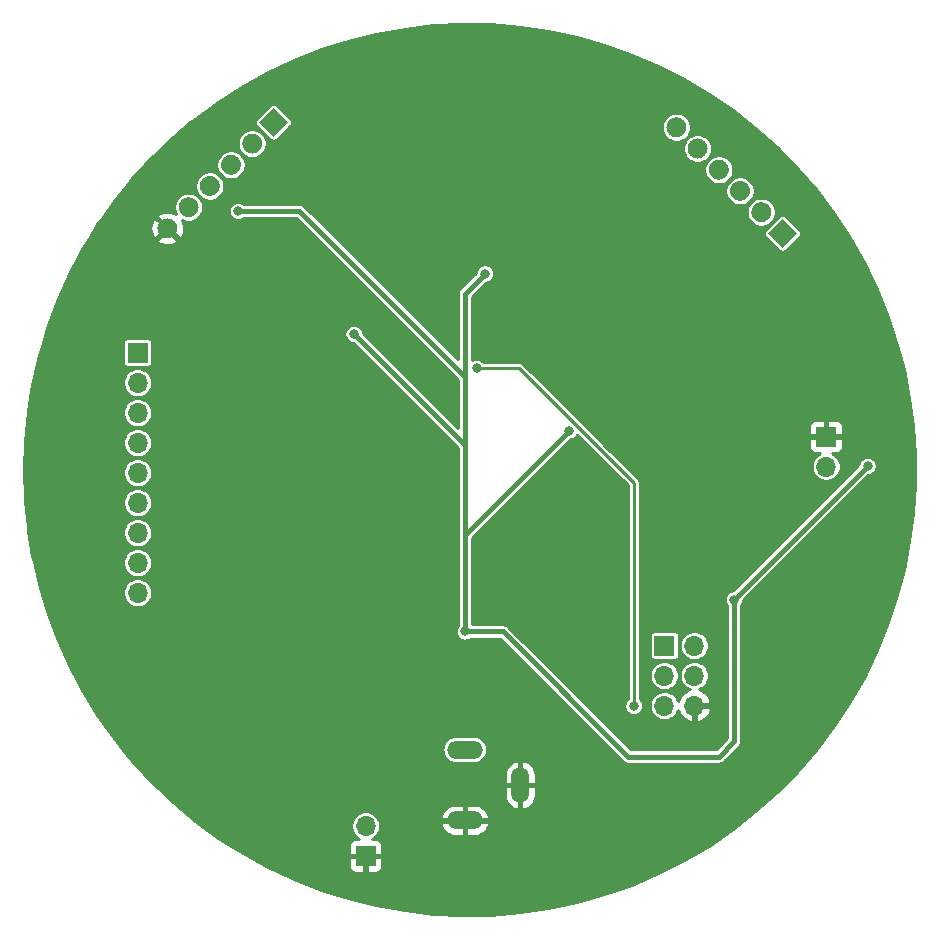
<source format=gbr>
%TF.GenerationSoftware,KiCad,Pcbnew,(5.1.6-0-10_14)*%
%TF.CreationDate,2020-08-15T13:55:16+01:00*%
%TF.ProjectId,arduino,61726475-696e-46f2-9e6b-696361645f70,rev?*%
%TF.SameCoordinates,Original*%
%TF.FileFunction,Copper,L2,Bot*%
%TF.FilePolarity,Positive*%
%FSLAX46Y46*%
G04 Gerber Fmt 4.6, Leading zero omitted, Abs format (unit mm)*
G04 Created by KiCad (PCBNEW (5.1.6-0-10_14)) date 2020-08-15 13:55:16*
%MOMM*%
%LPD*%
G01*
G04 APERTURE LIST*
%TA.AperFunction,ComponentPad*%
%ADD10O,3.016000X1.508000*%
%TD*%
%TA.AperFunction,ComponentPad*%
%ADD11O,1.508000X3.016000*%
%TD*%
%TA.AperFunction,ComponentPad*%
%ADD12R,1.700000X1.700000*%
%TD*%
%TA.AperFunction,ComponentPad*%
%ADD13O,1.700000X1.700000*%
%TD*%
%TA.AperFunction,ComponentPad*%
%ADD14C,0.100000*%
%TD*%
%TA.AperFunction,ViaPad*%
%ADD15C,0.800000*%
%TD*%
%TA.AperFunction,Conductor*%
%ADD16C,0.450000*%
%TD*%
%TA.AperFunction,Conductor*%
%ADD17C,0.250000*%
%TD*%
%TA.AperFunction,Conductor*%
%ADD18C,0.254000*%
%TD*%
G04 APERTURE END LIST*
D10*
%TO.P,J1,1*%
%TO.N,VCC*%
X61000000Y-79300000D03*
%TO.P,J1,2*%
%TO.N,GND*%
X61000000Y-85300000D03*
D11*
%TO.P,J1,3*%
X65700000Y-82300000D03*
%TD*%
D12*
%TO.P,J2,1*%
%TO.N,GND*%
X52600000Y-88300000D03*
D13*
%TO.P,J2,2*%
%TO.N,VCC*%
X52600000Y-85760000D03*
%TD*%
%TO.P,J3,2*%
%TO.N,+5V*%
X91600000Y-55340000D03*
D12*
%TO.P,J3,1*%
%TO.N,GND*%
X91600000Y-52800000D03*
%TD*%
%TO.P,J4,1*%
%TO.N,/MISO*%
X77900000Y-70500000D03*
D13*
%TO.P,J4,2*%
%TO.N,+5V*%
X80440000Y-70500000D03*
%TO.P,J4,3*%
%TO.N,/SCK*%
X77900000Y-73040000D03*
%TO.P,J4,4*%
%TO.N,/MOSI*%
X80440000Y-73040000D03*
%TO.P,J4,5*%
%TO.N,/RESET*%
X77900000Y-75580000D03*
%TO.P,J4,6*%
%TO.N,GND*%
X80440000Y-75580000D03*
%TD*%
%TA.AperFunction,ComponentPad*%
D14*
%TO.P,J5,1*%
%TO.N,/DTR*%
G36*
X43597918Y-26200000D02*
G01*
X44800000Y-24997918D01*
X46002082Y-26200000D01*
X44800000Y-27402082D01*
X43597918Y-26200000D01*
G37*
%TD.AperFunction*%
%TO.P,J5,2*%
%TO.N,/RXD*%
%TA.AperFunction,ComponentPad*%
G36*
G01*
X42402908Y-27395010D02*
X42402908Y-27395010D01*
G75*
G02*
X43604990Y-27395010I601041J-601041D01*
G01*
X43604990Y-27395010D01*
G75*
G02*
X43604990Y-28597092I-601041J-601041D01*
G01*
X43604990Y-28597092D01*
G75*
G02*
X42402908Y-28597092I-601041J601041D01*
G01*
X42402908Y-28597092D01*
G75*
G02*
X42402908Y-27395010I601041J601041D01*
G01*
G37*
%TD.AperFunction*%
%TO.P,J5,3*%
%TO.N,/TXD*%
%TA.AperFunction,ComponentPad*%
G36*
G01*
X40606857Y-29191061D02*
X40606857Y-29191061D01*
G75*
G02*
X41808939Y-29191061I601041J-601041D01*
G01*
X41808939Y-29191061D01*
G75*
G02*
X41808939Y-30393143I-601041J-601041D01*
G01*
X41808939Y-30393143D01*
G75*
G02*
X40606857Y-30393143I-601041J601041D01*
G01*
X40606857Y-30393143D01*
G75*
G02*
X40606857Y-29191061I601041J601041D01*
G01*
G37*
%TD.AperFunction*%
%TO.P,J5,4*%
%TO.N,+5V*%
%TA.AperFunction,ComponentPad*%
G36*
G01*
X38810805Y-30987113D02*
X38810805Y-30987113D01*
G75*
G02*
X40012887Y-30987113I601041J-601041D01*
G01*
X40012887Y-30987113D01*
G75*
G02*
X40012887Y-32189195I-601041J-601041D01*
G01*
X40012887Y-32189195D01*
G75*
G02*
X38810805Y-32189195I-601041J601041D01*
G01*
X38810805Y-32189195D01*
G75*
G02*
X38810805Y-30987113I601041J601041D01*
G01*
G37*
%TD.AperFunction*%
%TO.P,J5,5*%
%TO.N,/CTS*%
%TA.AperFunction,ComponentPad*%
G36*
G01*
X37014754Y-32783164D02*
X37014754Y-32783164D01*
G75*
G02*
X38216836Y-32783164I601041J-601041D01*
G01*
X38216836Y-32783164D01*
G75*
G02*
X38216836Y-33985246I-601041J-601041D01*
G01*
X38216836Y-33985246D01*
G75*
G02*
X37014754Y-33985246I-601041J601041D01*
G01*
X37014754Y-33985246D01*
G75*
G02*
X37014754Y-32783164I601041J601041D01*
G01*
G37*
%TD.AperFunction*%
%TO.P,J5,6*%
%TO.N,GND*%
%TA.AperFunction,ComponentPad*%
G36*
G01*
X35218703Y-34579215D02*
X35218703Y-34579215D01*
G75*
G02*
X36420785Y-34579215I601041J-601041D01*
G01*
X36420785Y-34579215D01*
G75*
G02*
X36420785Y-35781297I-601041J-601041D01*
G01*
X36420785Y-35781297D01*
G75*
G02*
X35218703Y-35781297I-601041J601041D01*
G01*
X35218703Y-35781297D01*
G75*
G02*
X35218703Y-34579215I601041J601041D01*
G01*
G37*
%TD.AperFunction*%
%TD*%
%TO.P,J6,6*%
%TO.N,/A5*%
%TA.AperFunction,ComponentPad*%
G36*
G01*
X79520785Y-26018703D02*
X79520785Y-26018703D01*
G75*
G02*
X79520785Y-27220785I-601041J-601041D01*
G01*
X79520785Y-27220785D01*
G75*
G02*
X78318703Y-27220785I-601041J601041D01*
G01*
X78318703Y-27220785D01*
G75*
G02*
X78318703Y-26018703I601041J601041D01*
G01*
X78318703Y-26018703D01*
G75*
G02*
X79520785Y-26018703I601041J-601041D01*
G01*
G37*
%TD.AperFunction*%
%TO.P,J6,5*%
%TO.N,/A4*%
%TA.AperFunction,ComponentPad*%
G36*
G01*
X81316836Y-27814754D02*
X81316836Y-27814754D01*
G75*
G02*
X81316836Y-29016836I-601041J-601041D01*
G01*
X81316836Y-29016836D01*
G75*
G02*
X80114754Y-29016836I-601041J601041D01*
G01*
X80114754Y-29016836D01*
G75*
G02*
X80114754Y-27814754I601041J601041D01*
G01*
X80114754Y-27814754D01*
G75*
G02*
X81316836Y-27814754I601041J-601041D01*
G01*
G37*
%TD.AperFunction*%
%TO.P,J6,4*%
%TO.N,/A3*%
%TA.AperFunction,ComponentPad*%
G36*
G01*
X83112887Y-29610805D02*
X83112887Y-29610805D01*
G75*
G02*
X83112887Y-30812887I-601041J-601041D01*
G01*
X83112887Y-30812887D01*
G75*
G02*
X81910805Y-30812887I-601041J601041D01*
G01*
X81910805Y-30812887D01*
G75*
G02*
X81910805Y-29610805I601041J601041D01*
G01*
X81910805Y-29610805D01*
G75*
G02*
X83112887Y-29610805I601041J-601041D01*
G01*
G37*
%TD.AperFunction*%
%TO.P,J6,3*%
%TO.N,/A2*%
%TA.AperFunction,ComponentPad*%
G36*
G01*
X84908939Y-31406857D02*
X84908939Y-31406857D01*
G75*
G02*
X84908939Y-32608939I-601041J-601041D01*
G01*
X84908939Y-32608939D01*
G75*
G02*
X83706857Y-32608939I-601041J601041D01*
G01*
X83706857Y-32608939D01*
G75*
G02*
X83706857Y-31406857I601041J601041D01*
G01*
X83706857Y-31406857D01*
G75*
G02*
X84908939Y-31406857I601041J-601041D01*
G01*
G37*
%TD.AperFunction*%
%TO.P,J6,2*%
%TO.N,/A1*%
%TA.AperFunction,ComponentPad*%
G36*
G01*
X86704990Y-33202908D02*
X86704990Y-33202908D01*
G75*
G02*
X86704990Y-34404990I-601041J-601041D01*
G01*
X86704990Y-34404990D01*
G75*
G02*
X85502908Y-34404990I-601041J601041D01*
G01*
X85502908Y-34404990D01*
G75*
G02*
X85502908Y-33202908I601041J601041D01*
G01*
X85502908Y-33202908D01*
G75*
G02*
X86704990Y-33202908I601041J-601041D01*
G01*
G37*
%TD.AperFunction*%
%TA.AperFunction,ComponentPad*%
%TO.P,J6,1*%
%TO.N,/A0*%
G36*
X87900000Y-34397918D02*
G01*
X89102082Y-35600000D01*
X87900000Y-36802082D01*
X86697918Y-35600000D01*
X87900000Y-34397918D01*
G37*
%TD.AperFunction*%
%TD*%
D12*
%TO.P,J7,1*%
%TO.N,/D2*%
X33300000Y-45700000D03*
D13*
%TO.P,J7,2*%
%TO.N,/D3*%
X33300000Y-48240000D03*
%TO.P,J7,3*%
%TO.N,/D4*%
X33300000Y-50780000D03*
%TO.P,J7,4*%
%TO.N,/D5*%
X33300000Y-53320000D03*
%TO.P,J7,5*%
%TO.N,/D6*%
X33300000Y-55860000D03*
%TO.P,J7,6*%
%TO.N,/D7*%
X33300000Y-58400000D03*
%TO.P,J7,7*%
%TO.N,/D8*%
X33300000Y-60940000D03*
%TO.P,J7,8*%
%TO.N,/D9*%
X33300000Y-63480000D03*
%TO.P,J7,9*%
%TO.N,/D10*%
X33300000Y-66020000D03*
%TD*%
D15*
%TO.N,GND*%
X68300000Y-31300000D03*
X71300000Y-33300000D03*
X70300000Y-34300000D03*
X67300000Y-33300000D03*
X68300000Y-35300000D03*
X68300000Y-34300000D03*
X71300000Y-31300000D03*
X70300000Y-35300000D03*
X67300000Y-34300000D03*
X71300000Y-35300000D03*
X67300000Y-35300000D03*
X67300000Y-32300000D03*
X69300000Y-35300000D03*
X68300000Y-32300000D03*
X71300000Y-34300000D03*
X70300000Y-31300000D03*
X70300000Y-33300000D03*
X71300000Y-32300000D03*
X70300000Y-32300000D03*
X68300000Y-33300000D03*
X69300000Y-31300000D03*
X69300000Y-34300000D03*
X69300000Y-33300000D03*
X69300000Y-32300000D03*
X67300000Y-31300000D03*
X41800000Y-50100000D03*
X44800000Y-52100000D03*
X43800000Y-53100000D03*
X40800000Y-52100000D03*
X41800000Y-54100000D03*
X41800000Y-53100000D03*
X44800000Y-50100000D03*
X43800000Y-54100000D03*
X40800000Y-53100000D03*
X44800000Y-54100000D03*
X40800000Y-54100000D03*
X40800000Y-51100000D03*
X42800000Y-54100000D03*
X41800000Y-51100000D03*
X44800000Y-53100000D03*
X43800000Y-50100000D03*
X43800000Y-52100000D03*
X44800000Y-51100000D03*
X43800000Y-51100000D03*
X41800000Y-52100000D03*
X42800000Y-50100000D03*
X42800000Y-53100000D03*
X42800000Y-52100000D03*
X42800000Y-51100000D03*
X40800000Y-50100000D03*
X73400000Y-82500000D03*
X76400000Y-84500000D03*
X75400000Y-85500000D03*
X72400000Y-84500000D03*
X73400000Y-86500000D03*
X73400000Y-85500000D03*
X76400000Y-82500000D03*
X75400000Y-86500000D03*
X72400000Y-85500000D03*
X76400000Y-86500000D03*
X72400000Y-86500000D03*
X72400000Y-83500000D03*
X74400000Y-86500000D03*
X73400000Y-83500000D03*
X76400000Y-85500000D03*
X75400000Y-82500000D03*
X75400000Y-84500000D03*
X76400000Y-83500000D03*
X75400000Y-83500000D03*
X73400000Y-84500000D03*
X74400000Y-82500000D03*
X74400000Y-85500000D03*
X74400000Y-84500000D03*
X74400000Y-83500000D03*
X72400000Y-82500000D03*
X80900000Y-52100000D03*
X59300000Y-54500000D03*
X59300000Y-56800000D03*
X54600000Y-56900000D03*
X59300000Y-55600000D03*
X78000000Y-66700000D03*
X78000000Y-68000000D03*
X77100000Y-65600000D03*
X81900000Y-52100000D03*
X82900000Y-52100000D03*
X83900000Y-52100000D03*
X84900000Y-52100000D03*
X80900000Y-53100000D03*
X81900000Y-53100000D03*
X82900000Y-53100000D03*
X83900000Y-53100000D03*
X84900000Y-53100000D03*
X80900000Y-54100000D03*
X81900000Y-54100000D03*
X82900000Y-54100000D03*
X83900000Y-54100000D03*
X84900000Y-54100000D03*
X80900000Y-55100000D03*
X81900000Y-55100000D03*
X82900000Y-55100000D03*
X83900000Y-55100000D03*
X84900000Y-55100000D03*
X80900000Y-56100000D03*
X81900000Y-56100000D03*
X82900000Y-56100000D03*
X83900000Y-56100000D03*
X84900000Y-56100000D03*
X28200000Y-51400000D03*
X29200000Y-51400000D03*
X28200000Y-52400000D03*
X29200000Y-52400000D03*
X28200000Y-53400000D03*
X29200000Y-53400000D03*
X28200000Y-54400000D03*
X29200000Y-54400000D03*
X28200000Y-55400000D03*
X29200000Y-55400000D03*
X28200000Y-56400000D03*
X29200000Y-56400000D03*
X28200000Y-57400000D03*
X29200000Y-57400000D03*
X28200000Y-58400000D03*
X29200000Y-58400000D03*
X28200000Y-59400000D03*
X29200000Y-59400000D03*
X28200000Y-60400000D03*
X29200000Y-60400000D03*
%TO.N,/RESET*%
X62000000Y-47000000D03*
X75300000Y-75600000D03*
%TO.N,+5V*%
X61000000Y-69300000D03*
X51600000Y-44100000D03*
X62700000Y-39000000D03*
X69800000Y-52300000D03*
X41800000Y-33700000D03*
X95100000Y-55300000D03*
X83800000Y-66600000D03*
%TD*%
D16*
%TO.N,+5V*%
X74800000Y-79900000D02*
X79600000Y-79900000D01*
X64200000Y-69300000D02*
X74800000Y-79900000D01*
X61000000Y-69300000D02*
X64200000Y-69300000D01*
X61000000Y-61100000D02*
X69800000Y-52300000D01*
X61000000Y-69300000D02*
X61000000Y-61100000D01*
X61000000Y-40700000D02*
X62700000Y-39000000D01*
X61000000Y-69300000D02*
X61000000Y-40700000D01*
X61000000Y-53500000D02*
X51600000Y-44100000D01*
D17*
X61000000Y-69300000D02*
X61000000Y-53500000D01*
D16*
X61000000Y-47731104D02*
X46968896Y-33700000D01*
X46968896Y-33700000D02*
X41800000Y-33700000D01*
D17*
X61000000Y-69300000D02*
X61000000Y-47731104D01*
D16*
X82500000Y-79900000D02*
X83800000Y-78600000D01*
X79600000Y-79900000D02*
X82500000Y-79900000D01*
X83800000Y-78600000D02*
X83800000Y-66600000D01*
X95100000Y-55300000D02*
X83800000Y-66600000D01*
D17*
%TO.N,/RESET*%
X75300000Y-56726998D02*
X75300000Y-71500000D01*
X65573002Y-47000000D02*
X75300000Y-56726998D01*
X62000000Y-47000000D02*
X65573002Y-47000000D01*
X75300000Y-71500000D02*
X75300000Y-75600000D01*
%TD*%
D18*
%TO.N,GND*%
G36*
X63232180Y-17916015D02*
G01*
X65667615Y-18113641D01*
X68085150Y-18468498D01*
X70474646Y-18979098D01*
X72826079Y-19643299D01*
X75129587Y-20458314D01*
X77375509Y-21420726D01*
X79554423Y-22526498D01*
X81657192Y-23770991D01*
X83674995Y-25148987D01*
X85599369Y-26654704D01*
X87422243Y-28281828D01*
X89135970Y-30023534D01*
X90733363Y-31872517D01*
X92207721Y-33821021D01*
X93552862Y-35860873D01*
X94763142Y-37983518D01*
X95833485Y-40180053D01*
X96759402Y-42441265D01*
X97537010Y-44757669D01*
X98163047Y-47119549D01*
X98634886Y-49516999D01*
X98950550Y-51939964D01*
X99108713Y-54378280D01*
X99108713Y-56821720D01*
X98950550Y-59260036D01*
X98634886Y-61683001D01*
X98163047Y-64080451D01*
X97537010Y-66442331D01*
X96759402Y-68758735D01*
X95833485Y-71019947D01*
X94763142Y-73216482D01*
X93552862Y-75339127D01*
X92207721Y-77378979D01*
X90733363Y-79327483D01*
X89135970Y-81176466D01*
X87422243Y-82918172D01*
X85599369Y-84545296D01*
X83674995Y-86051013D01*
X81657192Y-87429009D01*
X79554423Y-88673502D01*
X77375509Y-89779274D01*
X75129587Y-90741686D01*
X72826079Y-91556701D01*
X70474646Y-92220902D01*
X68085150Y-92731502D01*
X65667615Y-93086359D01*
X63232180Y-93283985D01*
X60789060Y-93323552D01*
X58348502Y-93204893D01*
X55920744Y-92928506D01*
X53515968Y-92495551D01*
X51144259Y-91907842D01*
X48815567Y-91167846D01*
X46539659Y-90278666D01*
X44326080Y-89244032D01*
X44154774Y-89150000D01*
X51170208Y-89150000D01*
X51181349Y-89263112D01*
X51214342Y-89371877D01*
X51267921Y-89472115D01*
X51340025Y-89559975D01*
X51427885Y-89632079D01*
X51528123Y-89685658D01*
X51636888Y-89718651D01*
X51750000Y-89729792D01*
X52357750Y-89727000D01*
X52502000Y-89582750D01*
X52502000Y-88398000D01*
X52698000Y-88398000D01*
X52698000Y-89582750D01*
X52842250Y-89727000D01*
X53450000Y-89729792D01*
X53563112Y-89718651D01*
X53671877Y-89685658D01*
X53772115Y-89632079D01*
X53859975Y-89559975D01*
X53932079Y-89472115D01*
X53985658Y-89371877D01*
X54018651Y-89263112D01*
X54029792Y-89150000D01*
X54027000Y-88542250D01*
X53882750Y-88398000D01*
X52698000Y-88398000D01*
X52502000Y-88398000D01*
X51317250Y-88398000D01*
X51173000Y-88542250D01*
X51170208Y-89150000D01*
X44154774Y-89150000D01*
X42184115Y-88068283D01*
X41212642Y-87450000D01*
X51170208Y-87450000D01*
X51173000Y-88057750D01*
X51317250Y-88202000D01*
X52502000Y-88202000D01*
X52502000Y-88182000D01*
X52698000Y-88182000D01*
X52698000Y-88202000D01*
X53882750Y-88202000D01*
X54027000Y-88057750D01*
X54029792Y-87450000D01*
X54018651Y-87336888D01*
X53985658Y-87228123D01*
X53932079Y-87127885D01*
X53859975Y-87040025D01*
X53772115Y-86967921D01*
X53671877Y-86914342D01*
X53563112Y-86881349D01*
X53450000Y-86870208D01*
X53132962Y-86871664D01*
X53183097Y-86850898D01*
X53384717Y-86716180D01*
X53556180Y-86544717D01*
X53690898Y-86343097D01*
X53783693Y-86119069D01*
X53831000Y-85881243D01*
X53831000Y-85638757D01*
X53824175Y-85604443D01*
X58950286Y-85604443D01*
X58978814Y-85718811D01*
X59084869Y-85957979D01*
X59235545Y-86171862D01*
X59425052Y-86352239D01*
X59646108Y-86492180D01*
X59890218Y-86586306D01*
X60148000Y-86631000D01*
X60902000Y-86631000D01*
X60902000Y-85398000D01*
X61098000Y-85398000D01*
X61098000Y-86631000D01*
X61852000Y-86631000D01*
X62109782Y-86586306D01*
X62353892Y-86492180D01*
X62574948Y-86352239D01*
X62764455Y-86171862D01*
X62915131Y-85957979D01*
X63021186Y-85718811D01*
X63049714Y-85604443D01*
X62936697Y-85398000D01*
X61098000Y-85398000D01*
X60902000Y-85398000D01*
X59063303Y-85398000D01*
X58950286Y-85604443D01*
X53824175Y-85604443D01*
X53783693Y-85400931D01*
X53690898Y-85176903D01*
X53569727Y-84995557D01*
X58950286Y-84995557D01*
X59063303Y-85202000D01*
X60902000Y-85202000D01*
X60902000Y-83969000D01*
X61098000Y-83969000D01*
X61098000Y-85202000D01*
X62936697Y-85202000D01*
X63049714Y-84995557D01*
X63021186Y-84881189D01*
X62915131Y-84642021D01*
X62764455Y-84428138D01*
X62574948Y-84247761D01*
X62353892Y-84107820D01*
X62109782Y-84013694D01*
X61852000Y-83969000D01*
X61098000Y-83969000D01*
X60902000Y-83969000D01*
X60148000Y-83969000D01*
X59890218Y-84013694D01*
X59646108Y-84107820D01*
X59425052Y-84247761D01*
X59235545Y-84428138D01*
X59084869Y-84642021D01*
X58978814Y-84881189D01*
X58950286Y-84995557D01*
X53569727Y-84995557D01*
X53556180Y-84975283D01*
X53384717Y-84803820D01*
X53183097Y-84669102D01*
X52959069Y-84576307D01*
X52721243Y-84529000D01*
X52478757Y-84529000D01*
X52240931Y-84576307D01*
X52016903Y-84669102D01*
X51815283Y-84803820D01*
X51643820Y-84975283D01*
X51509102Y-85176903D01*
X51416307Y-85400931D01*
X51369000Y-85638757D01*
X51369000Y-85881243D01*
X51416307Y-86119069D01*
X51509102Y-86343097D01*
X51643820Y-86544717D01*
X51815283Y-86716180D01*
X52016903Y-86850898D01*
X52067038Y-86871664D01*
X51750000Y-86870208D01*
X51636888Y-86881349D01*
X51528123Y-86914342D01*
X51427885Y-86967921D01*
X51340025Y-87040025D01*
X51267921Y-87127885D01*
X51214342Y-87228123D01*
X51181349Y-87336888D01*
X51170208Y-87450000D01*
X41212642Y-87450000D01*
X40122748Y-86756350D01*
X38150625Y-85313738D01*
X36276018Y-83746495D01*
X34860368Y-82398000D01*
X64369000Y-82398000D01*
X64369000Y-83152000D01*
X64413694Y-83409782D01*
X64507820Y-83653892D01*
X64647761Y-83874948D01*
X64828138Y-84064455D01*
X65042021Y-84215131D01*
X65281189Y-84321186D01*
X65395557Y-84349714D01*
X65602000Y-84236697D01*
X65602000Y-82398000D01*
X65798000Y-82398000D01*
X65798000Y-84236697D01*
X66004443Y-84349714D01*
X66118811Y-84321186D01*
X66357979Y-84215131D01*
X66571862Y-84064455D01*
X66752239Y-83874948D01*
X66892180Y-83653892D01*
X66986306Y-83409782D01*
X67031000Y-83152000D01*
X67031000Y-82398000D01*
X65798000Y-82398000D01*
X65602000Y-82398000D01*
X64369000Y-82398000D01*
X34860368Y-82398000D01*
X34506790Y-82061196D01*
X33941337Y-81448000D01*
X64369000Y-81448000D01*
X64369000Y-82202000D01*
X65602000Y-82202000D01*
X65602000Y-80363303D01*
X65798000Y-80363303D01*
X65798000Y-82202000D01*
X67031000Y-82202000D01*
X67031000Y-81448000D01*
X66986306Y-81190218D01*
X66892180Y-80946108D01*
X66752239Y-80725052D01*
X66571862Y-80535545D01*
X66357979Y-80384869D01*
X66118811Y-80278814D01*
X66004443Y-80250286D01*
X65798000Y-80363303D01*
X65602000Y-80363303D01*
X65395557Y-80250286D01*
X65281189Y-80278814D01*
X65042021Y-80384869D01*
X64828138Y-80535545D01*
X64647761Y-80725052D01*
X64507820Y-80946108D01*
X64413694Y-81190218D01*
X64369000Y-81448000D01*
X33941337Y-81448000D01*
X32850361Y-80264910D01*
X32069855Y-79300000D01*
X59105509Y-79300000D01*
X59127423Y-79522499D01*
X59192324Y-79736447D01*
X59297716Y-79933623D01*
X59439551Y-80106449D01*
X59612377Y-80248284D01*
X59809553Y-80353676D01*
X60023501Y-80418577D01*
X60190248Y-80435000D01*
X61809752Y-80435000D01*
X61976499Y-80418577D01*
X62190447Y-80353676D01*
X62387623Y-80248284D01*
X62560449Y-80106449D01*
X62702284Y-79933623D01*
X62807676Y-79736447D01*
X62872577Y-79522499D01*
X62894491Y-79300000D01*
X62872577Y-79077501D01*
X62807676Y-78863553D01*
X62702284Y-78666377D01*
X62560449Y-78493551D01*
X62387623Y-78351716D01*
X62190447Y-78246324D01*
X61976499Y-78181423D01*
X61809752Y-78165000D01*
X60190248Y-78165000D01*
X60023501Y-78181423D01*
X59809553Y-78246324D01*
X59612377Y-78351716D01*
X59439551Y-78493551D01*
X59297716Y-78666377D01*
X59192324Y-78863553D01*
X59127423Y-79077501D01*
X59105509Y-79300000D01*
X32069855Y-79300000D01*
X31313680Y-78365170D01*
X29903191Y-76369946D01*
X28624810Y-74287605D01*
X27483900Y-72126881D01*
X26485246Y-69896839D01*
X25633037Y-67606830D01*
X25120557Y-65898757D01*
X32069000Y-65898757D01*
X32069000Y-66141243D01*
X32116307Y-66379069D01*
X32209102Y-66603097D01*
X32343820Y-66804717D01*
X32515283Y-66976180D01*
X32716903Y-67110898D01*
X32940931Y-67203693D01*
X33178757Y-67251000D01*
X33421243Y-67251000D01*
X33659069Y-67203693D01*
X33883097Y-67110898D01*
X34084717Y-66976180D01*
X34256180Y-66804717D01*
X34390898Y-66603097D01*
X34483693Y-66379069D01*
X34531000Y-66141243D01*
X34531000Y-65898757D01*
X34483693Y-65660931D01*
X34390898Y-65436903D01*
X34256180Y-65235283D01*
X34084717Y-65063820D01*
X33883097Y-64929102D01*
X33659069Y-64836307D01*
X33421243Y-64789000D01*
X33178757Y-64789000D01*
X32940931Y-64836307D01*
X32716903Y-64929102D01*
X32515283Y-65063820D01*
X32343820Y-65235283D01*
X32209102Y-65436903D01*
X32116307Y-65660931D01*
X32069000Y-65898757D01*
X25120557Y-65898757D01*
X24930846Y-65266461D01*
X24490780Y-63358757D01*
X32069000Y-63358757D01*
X32069000Y-63601243D01*
X32116307Y-63839069D01*
X32209102Y-64063097D01*
X32343820Y-64264717D01*
X32515283Y-64436180D01*
X32716903Y-64570898D01*
X32940931Y-64663693D01*
X33178757Y-64711000D01*
X33421243Y-64711000D01*
X33659069Y-64663693D01*
X33883097Y-64570898D01*
X34084717Y-64436180D01*
X34256180Y-64264717D01*
X34390898Y-64063097D01*
X34483693Y-63839069D01*
X34531000Y-63601243D01*
X34531000Y-63358757D01*
X34483693Y-63120931D01*
X34390898Y-62896903D01*
X34256180Y-62695283D01*
X34084717Y-62523820D01*
X33883097Y-62389102D01*
X33659069Y-62296307D01*
X33421243Y-62249000D01*
X33178757Y-62249000D01*
X32940931Y-62296307D01*
X32716903Y-62389102D01*
X32515283Y-62523820D01*
X32343820Y-62695283D01*
X32209102Y-62896903D01*
X32116307Y-63120931D01*
X32069000Y-63358757D01*
X24490780Y-63358757D01*
X24381620Y-62885547D01*
X24043973Y-60818757D01*
X32069000Y-60818757D01*
X32069000Y-61061243D01*
X32116307Y-61299069D01*
X32209102Y-61523097D01*
X32343820Y-61724717D01*
X32515283Y-61896180D01*
X32716903Y-62030898D01*
X32940931Y-62123693D01*
X33178757Y-62171000D01*
X33421243Y-62171000D01*
X33659069Y-62123693D01*
X33883097Y-62030898D01*
X34084717Y-61896180D01*
X34256180Y-61724717D01*
X34390898Y-61523097D01*
X34483693Y-61299069D01*
X34531000Y-61061243D01*
X34531000Y-60818757D01*
X34483693Y-60580931D01*
X34390898Y-60356903D01*
X34256180Y-60155283D01*
X34084717Y-59983820D01*
X33883097Y-59849102D01*
X33659069Y-59756307D01*
X33421243Y-59709000D01*
X33178757Y-59709000D01*
X32940931Y-59756307D01*
X32716903Y-59849102D01*
X32515283Y-59983820D01*
X32343820Y-60155283D01*
X32209102Y-60356903D01*
X32116307Y-60580931D01*
X32069000Y-60818757D01*
X24043973Y-60818757D01*
X23987662Y-60474075D01*
X23773686Y-58278757D01*
X32069000Y-58278757D01*
X32069000Y-58521243D01*
X32116307Y-58759069D01*
X32209102Y-58983097D01*
X32343820Y-59184717D01*
X32515283Y-59356180D01*
X32716903Y-59490898D01*
X32940931Y-59583693D01*
X33178757Y-59631000D01*
X33421243Y-59631000D01*
X33659069Y-59583693D01*
X33883097Y-59490898D01*
X34084717Y-59356180D01*
X34256180Y-59184717D01*
X34390898Y-58983097D01*
X34483693Y-58759069D01*
X34531000Y-58521243D01*
X34531000Y-58278757D01*
X34483693Y-58040931D01*
X34390898Y-57816903D01*
X34256180Y-57615283D01*
X34084717Y-57443820D01*
X33883097Y-57309102D01*
X33659069Y-57216307D01*
X33421243Y-57169000D01*
X33178757Y-57169000D01*
X32940931Y-57216307D01*
X32716903Y-57309102D01*
X32515283Y-57443820D01*
X32343820Y-57615283D01*
X32209102Y-57816903D01*
X32116307Y-58040931D01*
X32069000Y-58278757D01*
X23773686Y-58278757D01*
X23750624Y-58042159D01*
X23675997Y-55738757D01*
X32069000Y-55738757D01*
X32069000Y-55981243D01*
X32116307Y-56219069D01*
X32209102Y-56443097D01*
X32343820Y-56644717D01*
X32515283Y-56816180D01*
X32716903Y-56950898D01*
X32940931Y-57043693D01*
X33178757Y-57091000D01*
X33421243Y-57091000D01*
X33659069Y-57043693D01*
X33883097Y-56950898D01*
X34084717Y-56816180D01*
X34256180Y-56644717D01*
X34390898Y-56443097D01*
X34483693Y-56219069D01*
X34531000Y-55981243D01*
X34531000Y-55738757D01*
X34483693Y-55500931D01*
X34390898Y-55276903D01*
X34256180Y-55075283D01*
X34084717Y-54903820D01*
X33883097Y-54769102D01*
X33659069Y-54676307D01*
X33421243Y-54629000D01*
X33178757Y-54629000D01*
X32940931Y-54676307D01*
X32716903Y-54769102D01*
X32515283Y-54903820D01*
X32343820Y-55075283D01*
X32209102Y-55276903D01*
X32116307Y-55500931D01*
X32069000Y-55738757D01*
X23675997Y-55738757D01*
X23671501Y-55600000D01*
X23749298Y-53198757D01*
X32069000Y-53198757D01*
X32069000Y-53441243D01*
X32116307Y-53679069D01*
X32209102Y-53903097D01*
X32343820Y-54104717D01*
X32515283Y-54276180D01*
X32716903Y-54410898D01*
X32940931Y-54503693D01*
X33178757Y-54551000D01*
X33421243Y-54551000D01*
X33659069Y-54503693D01*
X33883097Y-54410898D01*
X34084717Y-54276180D01*
X34256180Y-54104717D01*
X34390898Y-53903097D01*
X34483693Y-53679069D01*
X34531000Y-53441243D01*
X34531000Y-53198757D01*
X34483693Y-52960931D01*
X34390898Y-52736903D01*
X34256180Y-52535283D01*
X34084717Y-52363820D01*
X33883097Y-52229102D01*
X33659069Y-52136307D01*
X33421243Y-52089000D01*
X33178757Y-52089000D01*
X32940931Y-52136307D01*
X32716903Y-52229102D01*
X32515283Y-52363820D01*
X32343820Y-52535283D01*
X32209102Y-52736903D01*
X32116307Y-52960931D01*
X32069000Y-53198757D01*
X23749298Y-53198757D01*
X23750624Y-53157841D01*
X23987662Y-50725925D01*
X23998635Y-50658757D01*
X32069000Y-50658757D01*
X32069000Y-50901243D01*
X32116307Y-51139069D01*
X32209102Y-51363097D01*
X32343820Y-51564717D01*
X32515283Y-51736180D01*
X32716903Y-51870898D01*
X32940931Y-51963693D01*
X33178757Y-52011000D01*
X33421243Y-52011000D01*
X33659069Y-51963693D01*
X33883097Y-51870898D01*
X34084717Y-51736180D01*
X34256180Y-51564717D01*
X34390898Y-51363097D01*
X34483693Y-51139069D01*
X34531000Y-50901243D01*
X34531000Y-50658757D01*
X34483693Y-50420931D01*
X34390898Y-50196903D01*
X34256180Y-49995283D01*
X34084717Y-49823820D01*
X33883097Y-49689102D01*
X33659069Y-49596307D01*
X33421243Y-49549000D01*
X33178757Y-49549000D01*
X32940931Y-49596307D01*
X32716903Y-49689102D01*
X32515283Y-49823820D01*
X32343820Y-49995283D01*
X32209102Y-50196903D01*
X32116307Y-50420931D01*
X32069000Y-50658757D01*
X23998635Y-50658757D01*
X24381620Y-48314453D01*
X24426762Y-48118757D01*
X32069000Y-48118757D01*
X32069000Y-48361243D01*
X32116307Y-48599069D01*
X32209102Y-48823097D01*
X32343820Y-49024717D01*
X32515283Y-49196180D01*
X32716903Y-49330898D01*
X32940931Y-49423693D01*
X33178757Y-49471000D01*
X33421243Y-49471000D01*
X33659069Y-49423693D01*
X33883097Y-49330898D01*
X34084717Y-49196180D01*
X34256180Y-49024717D01*
X34390898Y-48823097D01*
X34483693Y-48599069D01*
X34531000Y-48361243D01*
X34531000Y-48118757D01*
X34483693Y-47880931D01*
X34390898Y-47656903D01*
X34256180Y-47455283D01*
X34084717Y-47283820D01*
X33883097Y-47149102D01*
X33659069Y-47056307D01*
X33421243Y-47009000D01*
X33178757Y-47009000D01*
X32940931Y-47056307D01*
X32716903Y-47149102D01*
X32515283Y-47283820D01*
X32343820Y-47455283D01*
X32209102Y-47656903D01*
X32116307Y-47880931D01*
X32069000Y-48118757D01*
X24426762Y-48118757D01*
X24930846Y-45933539D01*
X25255944Y-44850000D01*
X32067157Y-44850000D01*
X32067157Y-46550000D01*
X32074513Y-46624689D01*
X32096299Y-46696508D01*
X32131678Y-46762696D01*
X32179289Y-46820711D01*
X32237304Y-46868322D01*
X32303492Y-46903701D01*
X32375311Y-46925487D01*
X32450000Y-46932843D01*
X34150000Y-46932843D01*
X34224689Y-46925487D01*
X34296508Y-46903701D01*
X34362696Y-46868322D01*
X34420711Y-46820711D01*
X34468322Y-46762696D01*
X34503701Y-46696508D01*
X34525487Y-46624689D01*
X34532843Y-46550000D01*
X34532843Y-44850000D01*
X34525487Y-44775311D01*
X34503701Y-44703492D01*
X34468322Y-44637304D01*
X34420711Y-44579289D01*
X34362696Y-44531678D01*
X34296508Y-44496299D01*
X34224689Y-44474513D01*
X34150000Y-44467157D01*
X32450000Y-44467157D01*
X32375311Y-44474513D01*
X32303492Y-44496299D01*
X32237304Y-44531678D01*
X32179289Y-44579289D01*
X32131678Y-44637304D01*
X32096299Y-44703492D01*
X32074513Y-44775311D01*
X32067157Y-44850000D01*
X25255944Y-44850000D01*
X25633037Y-43593170D01*
X26485246Y-41303161D01*
X27483900Y-39073119D01*
X28624810Y-36912395D01*
X29090268Y-36154214D01*
X34984379Y-36154214D01*
X35062236Y-36389604D01*
X35312724Y-36514149D01*
X35582696Y-36587433D01*
X35861777Y-36606640D01*
X36139244Y-36571033D01*
X36404432Y-36481978D01*
X36577250Y-36389600D01*
X36654838Y-36153943D01*
X35819744Y-35318849D01*
X34984379Y-36154214D01*
X29090268Y-36154214D01*
X29714001Y-35138223D01*
X34393360Y-35138223D01*
X34412567Y-35417304D01*
X34485851Y-35687276D01*
X34610396Y-35937764D01*
X34845786Y-36015621D01*
X35681151Y-35180256D01*
X34846057Y-34345162D01*
X34610400Y-34422750D01*
X34518022Y-34595568D01*
X34428967Y-34860756D01*
X34393360Y-35138223D01*
X29714001Y-35138223D01*
X29903191Y-34830054D01*
X30343952Y-34206569D01*
X34984650Y-34206569D01*
X35819744Y-35041663D01*
X35833886Y-35027521D01*
X35972479Y-35166114D01*
X35958337Y-35180256D01*
X36793431Y-36015350D01*
X37029088Y-35937762D01*
X37121466Y-35764944D01*
X37210521Y-35499756D01*
X37246128Y-35222289D01*
X37226921Y-34943208D01*
X37153637Y-34673236D01*
X37060940Y-34486801D01*
X37256726Y-34567898D01*
X37494552Y-34615205D01*
X37737038Y-34615205D01*
X37974864Y-34567898D01*
X38198892Y-34475103D01*
X38400512Y-34340385D01*
X38571975Y-34168922D01*
X38706693Y-33967302D01*
X38799488Y-33743274D01*
X38823396Y-33623078D01*
X41019000Y-33623078D01*
X41019000Y-33776922D01*
X41049013Y-33927809D01*
X41107887Y-34069942D01*
X41193358Y-34197859D01*
X41302141Y-34306642D01*
X41430058Y-34392113D01*
X41572191Y-34450987D01*
X41723078Y-34481000D01*
X41876922Y-34481000D01*
X42027809Y-34450987D01*
X42169942Y-34392113D01*
X42297859Y-34306642D01*
X42298501Y-34306000D01*
X46717883Y-34306000D01*
X60394001Y-47982118D01*
X60394001Y-52036988D01*
X52381000Y-44023987D01*
X52381000Y-44023078D01*
X52350987Y-43872191D01*
X52292113Y-43730058D01*
X52206642Y-43602141D01*
X52097859Y-43493358D01*
X51969942Y-43407887D01*
X51827809Y-43349013D01*
X51676922Y-43319000D01*
X51523078Y-43319000D01*
X51372191Y-43349013D01*
X51230058Y-43407887D01*
X51102141Y-43493358D01*
X50993358Y-43602141D01*
X50907887Y-43730058D01*
X50849013Y-43872191D01*
X50819000Y-44023078D01*
X50819000Y-44176922D01*
X50849013Y-44327809D01*
X50907887Y-44469942D01*
X50993358Y-44597859D01*
X51102141Y-44706642D01*
X51230058Y-44792113D01*
X51372191Y-44850987D01*
X51523078Y-44881000D01*
X51523987Y-44881000D01*
X60394001Y-53751014D01*
X60394000Y-61070230D01*
X60391068Y-61100000D01*
X60394000Y-61129768D01*
X60394000Y-68801499D01*
X60393358Y-68802141D01*
X60307887Y-68930058D01*
X60249013Y-69072191D01*
X60219000Y-69223078D01*
X60219000Y-69376922D01*
X60249013Y-69527809D01*
X60307887Y-69669942D01*
X60393358Y-69797859D01*
X60502141Y-69906642D01*
X60630058Y-69992113D01*
X60772191Y-70050987D01*
X60923078Y-70081000D01*
X61076922Y-70081000D01*
X61227809Y-70050987D01*
X61369942Y-69992113D01*
X61497859Y-69906642D01*
X61498501Y-69906000D01*
X63948987Y-69906000D01*
X74350442Y-80307455D01*
X74369420Y-80330580D01*
X74392544Y-80349557D01*
X74461695Y-80406309D01*
X74542469Y-80449483D01*
X74566972Y-80462580D01*
X74681203Y-80497232D01*
X74770230Y-80506000D01*
X74770232Y-80506000D01*
X74800000Y-80508932D01*
X74829768Y-80506000D01*
X82470235Y-80506000D01*
X82500000Y-80508932D01*
X82529765Y-80506000D01*
X82529770Y-80506000D01*
X82618797Y-80497232D01*
X82733028Y-80462580D01*
X82838304Y-80406308D01*
X82930580Y-80330580D01*
X82949558Y-80307455D01*
X84207456Y-79049557D01*
X84230580Y-79030580D01*
X84253522Y-79002624D01*
X84306309Y-78938305D01*
X84362580Y-78833029D01*
X84370645Y-78806442D01*
X84397232Y-78718797D01*
X84406000Y-78629770D01*
X84406000Y-78629768D01*
X84408932Y-78600000D01*
X84406000Y-78570232D01*
X84406000Y-67098501D01*
X84406642Y-67097859D01*
X84492113Y-66969942D01*
X84550987Y-66827809D01*
X84581000Y-66676922D01*
X84581000Y-66676013D01*
X95176014Y-56081000D01*
X95176922Y-56081000D01*
X95327809Y-56050987D01*
X95469942Y-55992113D01*
X95597859Y-55906642D01*
X95706642Y-55797859D01*
X95792113Y-55669942D01*
X95850987Y-55527809D01*
X95881000Y-55376922D01*
X95881000Y-55223078D01*
X95850987Y-55072191D01*
X95792113Y-54930058D01*
X95706642Y-54802141D01*
X95597859Y-54693358D01*
X95469942Y-54607887D01*
X95327809Y-54549013D01*
X95176922Y-54519000D01*
X95023078Y-54519000D01*
X94872191Y-54549013D01*
X94730058Y-54607887D01*
X94602141Y-54693358D01*
X94493358Y-54802141D01*
X94407887Y-54930058D01*
X94349013Y-55072191D01*
X94319000Y-55223078D01*
X94319000Y-55223986D01*
X83723987Y-65819000D01*
X83723078Y-65819000D01*
X83572191Y-65849013D01*
X83430058Y-65907887D01*
X83302141Y-65993358D01*
X83193358Y-66102141D01*
X83107887Y-66230058D01*
X83049013Y-66372191D01*
X83019000Y-66523078D01*
X83019000Y-66676922D01*
X83049013Y-66827809D01*
X83107887Y-66969942D01*
X83193358Y-67097859D01*
X83194001Y-67098502D01*
X83194000Y-78348987D01*
X82248987Y-79294000D01*
X75051013Y-79294000D01*
X64649558Y-68892545D01*
X64630580Y-68869420D01*
X64538304Y-68793692D01*
X64433028Y-68737420D01*
X64318797Y-68702768D01*
X64229770Y-68694000D01*
X64229765Y-68694000D01*
X64200000Y-68691068D01*
X64170235Y-68694000D01*
X61606000Y-68694000D01*
X61606000Y-61351013D01*
X69876014Y-53081000D01*
X69876922Y-53081000D01*
X70027809Y-53050987D01*
X70169942Y-52992113D01*
X70297859Y-52906642D01*
X70406642Y-52797859D01*
X70492113Y-52669942D01*
X70502434Y-52645024D01*
X74794000Y-56936590D01*
X74794001Y-71475137D01*
X74794000Y-71475147D01*
X74794001Y-75001498D01*
X74693358Y-75102141D01*
X74607887Y-75230058D01*
X74549013Y-75372191D01*
X74519000Y-75523078D01*
X74519000Y-75676922D01*
X74549013Y-75827809D01*
X74607887Y-75969942D01*
X74693358Y-76097859D01*
X74802141Y-76206642D01*
X74930058Y-76292113D01*
X75072191Y-76350987D01*
X75223078Y-76381000D01*
X75376922Y-76381000D01*
X75527809Y-76350987D01*
X75669942Y-76292113D01*
X75797859Y-76206642D01*
X75906642Y-76097859D01*
X75992113Y-75969942D01*
X76050987Y-75827809D01*
X76081000Y-75676922D01*
X76081000Y-75523078D01*
X76068206Y-75458757D01*
X76669000Y-75458757D01*
X76669000Y-75701243D01*
X76716307Y-75939069D01*
X76809102Y-76163097D01*
X76943820Y-76364717D01*
X77115283Y-76536180D01*
X77316903Y-76670898D01*
X77540931Y-76763693D01*
X77778757Y-76811000D01*
X78021243Y-76811000D01*
X78259069Y-76763693D01*
X78483097Y-76670898D01*
X78684717Y-76536180D01*
X78856180Y-76364717D01*
X78990898Y-76163097D01*
X79070726Y-75970375D01*
X79106107Y-76087020D01*
X79230652Y-76337507D01*
X79401672Y-76558884D01*
X79612594Y-76742643D01*
X79855313Y-76881722D01*
X80120501Y-76970777D01*
X80342000Y-76859385D01*
X80342000Y-75678000D01*
X80538000Y-75678000D01*
X80538000Y-76859385D01*
X80759499Y-76970777D01*
X81024687Y-76881722D01*
X81267406Y-76742643D01*
X81478328Y-76558884D01*
X81649348Y-76337507D01*
X81773893Y-76087020D01*
X81830773Y-75899498D01*
X81719001Y-75678000D01*
X80538000Y-75678000D01*
X80342000Y-75678000D01*
X80322000Y-75678000D01*
X80322000Y-75482000D01*
X80342000Y-75482000D01*
X80342000Y-75462000D01*
X80538000Y-75462000D01*
X80538000Y-75482000D01*
X81719001Y-75482000D01*
X81830773Y-75260502D01*
X81773893Y-75072980D01*
X81649348Y-74822493D01*
X81478328Y-74601116D01*
X81267406Y-74417357D01*
X81024687Y-74278278D01*
X80827310Y-74211995D01*
X81023097Y-74130898D01*
X81224717Y-73996180D01*
X81396180Y-73824717D01*
X81530898Y-73623097D01*
X81623693Y-73399069D01*
X81671000Y-73161243D01*
X81671000Y-72918757D01*
X81623693Y-72680931D01*
X81530898Y-72456903D01*
X81396180Y-72255283D01*
X81224717Y-72083820D01*
X81023097Y-71949102D01*
X80799069Y-71856307D01*
X80561243Y-71809000D01*
X80318757Y-71809000D01*
X80080931Y-71856307D01*
X79856903Y-71949102D01*
X79655283Y-72083820D01*
X79483820Y-72255283D01*
X79349102Y-72456903D01*
X79256307Y-72680931D01*
X79209000Y-72918757D01*
X79209000Y-73161243D01*
X79256307Y-73399069D01*
X79349102Y-73623097D01*
X79483820Y-73824717D01*
X79655283Y-73996180D01*
X79856903Y-74130898D01*
X80052690Y-74211995D01*
X79855313Y-74278278D01*
X79612594Y-74417357D01*
X79401672Y-74601116D01*
X79230652Y-74822493D01*
X79106107Y-75072980D01*
X79070726Y-75189625D01*
X78990898Y-74996903D01*
X78856180Y-74795283D01*
X78684717Y-74623820D01*
X78483097Y-74489102D01*
X78259069Y-74396307D01*
X78021243Y-74349000D01*
X77778757Y-74349000D01*
X77540931Y-74396307D01*
X77316903Y-74489102D01*
X77115283Y-74623820D01*
X76943820Y-74795283D01*
X76809102Y-74996903D01*
X76716307Y-75220931D01*
X76669000Y-75458757D01*
X76068206Y-75458757D01*
X76050987Y-75372191D01*
X75992113Y-75230058D01*
X75906642Y-75102141D01*
X75806000Y-75001499D01*
X75806000Y-72918757D01*
X76669000Y-72918757D01*
X76669000Y-73161243D01*
X76716307Y-73399069D01*
X76809102Y-73623097D01*
X76943820Y-73824717D01*
X77115283Y-73996180D01*
X77316903Y-74130898D01*
X77540931Y-74223693D01*
X77778757Y-74271000D01*
X78021243Y-74271000D01*
X78259069Y-74223693D01*
X78483097Y-74130898D01*
X78684717Y-73996180D01*
X78856180Y-73824717D01*
X78990898Y-73623097D01*
X79083693Y-73399069D01*
X79131000Y-73161243D01*
X79131000Y-72918757D01*
X79083693Y-72680931D01*
X78990898Y-72456903D01*
X78856180Y-72255283D01*
X78684717Y-72083820D01*
X78483097Y-71949102D01*
X78259069Y-71856307D01*
X78021243Y-71809000D01*
X77778757Y-71809000D01*
X77540931Y-71856307D01*
X77316903Y-71949102D01*
X77115283Y-72083820D01*
X76943820Y-72255283D01*
X76809102Y-72456903D01*
X76716307Y-72680931D01*
X76669000Y-72918757D01*
X75806000Y-72918757D01*
X75806000Y-69650000D01*
X76667157Y-69650000D01*
X76667157Y-71350000D01*
X76674513Y-71424689D01*
X76696299Y-71496508D01*
X76731678Y-71562696D01*
X76779289Y-71620711D01*
X76837304Y-71668322D01*
X76903492Y-71703701D01*
X76975311Y-71725487D01*
X77050000Y-71732843D01*
X78750000Y-71732843D01*
X78824689Y-71725487D01*
X78896508Y-71703701D01*
X78962696Y-71668322D01*
X79020711Y-71620711D01*
X79068322Y-71562696D01*
X79103701Y-71496508D01*
X79125487Y-71424689D01*
X79132843Y-71350000D01*
X79132843Y-70378757D01*
X79209000Y-70378757D01*
X79209000Y-70621243D01*
X79256307Y-70859069D01*
X79349102Y-71083097D01*
X79483820Y-71284717D01*
X79655283Y-71456180D01*
X79856903Y-71590898D01*
X80080931Y-71683693D01*
X80318757Y-71731000D01*
X80561243Y-71731000D01*
X80799069Y-71683693D01*
X81023097Y-71590898D01*
X81224717Y-71456180D01*
X81396180Y-71284717D01*
X81530898Y-71083097D01*
X81623693Y-70859069D01*
X81671000Y-70621243D01*
X81671000Y-70378757D01*
X81623693Y-70140931D01*
X81530898Y-69916903D01*
X81396180Y-69715283D01*
X81224717Y-69543820D01*
X81023097Y-69409102D01*
X80799069Y-69316307D01*
X80561243Y-69269000D01*
X80318757Y-69269000D01*
X80080931Y-69316307D01*
X79856903Y-69409102D01*
X79655283Y-69543820D01*
X79483820Y-69715283D01*
X79349102Y-69916903D01*
X79256307Y-70140931D01*
X79209000Y-70378757D01*
X79132843Y-70378757D01*
X79132843Y-69650000D01*
X79125487Y-69575311D01*
X79103701Y-69503492D01*
X79068322Y-69437304D01*
X79020711Y-69379289D01*
X78962696Y-69331678D01*
X78896508Y-69296299D01*
X78824689Y-69274513D01*
X78750000Y-69267157D01*
X77050000Y-69267157D01*
X76975311Y-69274513D01*
X76903492Y-69296299D01*
X76837304Y-69331678D01*
X76779289Y-69379289D01*
X76731678Y-69437304D01*
X76696299Y-69503492D01*
X76674513Y-69575311D01*
X76667157Y-69650000D01*
X75806000Y-69650000D01*
X75806000Y-56751843D01*
X75808447Y-56726997D01*
X75806000Y-56702151D01*
X75806000Y-56702144D01*
X75798678Y-56627805D01*
X75769745Y-56532423D01*
X75722759Y-56444519D01*
X75659527Y-56367471D01*
X75640220Y-56351626D01*
X72938594Y-53650000D01*
X90170208Y-53650000D01*
X90181349Y-53763112D01*
X90214342Y-53871877D01*
X90267921Y-53972115D01*
X90340025Y-54059975D01*
X90427885Y-54132079D01*
X90528123Y-54185658D01*
X90636888Y-54218651D01*
X90750000Y-54229792D01*
X91067038Y-54228336D01*
X91016903Y-54249102D01*
X90815283Y-54383820D01*
X90643820Y-54555283D01*
X90509102Y-54756903D01*
X90416307Y-54980931D01*
X90369000Y-55218757D01*
X90369000Y-55461243D01*
X90416307Y-55699069D01*
X90509102Y-55923097D01*
X90643820Y-56124717D01*
X90815283Y-56296180D01*
X91016903Y-56430898D01*
X91240931Y-56523693D01*
X91478757Y-56571000D01*
X91721243Y-56571000D01*
X91959069Y-56523693D01*
X92183097Y-56430898D01*
X92384717Y-56296180D01*
X92556180Y-56124717D01*
X92690898Y-55923097D01*
X92783693Y-55699069D01*
X92831000Y-55461243D01*
X92831000Y-55218757D01*
X92783693Y-54980931D01*
X92690898Y-54756903D01*
X92556180Y-54555283D01*
X92384717Y-54383820D01*
X92183097Y-54249102D01*
X92132962Y-54228336D01*
X92450000Y-54229792D01*
X92563112Y-54218651D01*
X92671877Y-54185658D01*
X92772115Y-54132079D01*
X92859975Y-54059975D01*
X92932079Y-53972115D01*
X92985658Y-53871877D01*
X93018651Y-53763112D01*
X93029792Y-53650000D01*
X93027000Y-53042250D01*
X92882750Y-52898000D01*
X91698000Y-52898000D01*
X91698000Y-52918000D01*
X91502000Y-52918000D01*
X91502000Y-52898000D01*
X90317250Y-52898000D01*
X90173000Y-53042250D01*
X90170208Y-53650000D01*
X72938594Y-53650000D01*
X71238594Y-51950000D01*
X90170208Y-51950000D01*
X90173000Y-52557750D01*
X90317250Y-52702000D01*
X91502000Y-52702000D01*
X91502000Y-51517250D01*
X91698000Y-51517250D01*
X91698000Y-52702000D01*
X92882750Y-52702000D01*
X93027000Y-52557750D01*
X93029792Y-51950000D01*
X93018651Y-51836888D01*
X92985658Y-51728123D01*
X92932079Y-51627885D01*
X92859975Y-51540025D01*
X92772115Y-51467921D01*
X92671877Y-51414342D01*
X92563112Y-51381349D01*
X92450000Y-51370208D01*
X91842250Y-51373000D01*
X91698000Y-51517250D01*
X91502000Y-51517250D01*
X91357750Y-51373000D01*
X90750000Y-51370208D01*
X90636888Y-51381349D01*
X90528123Y-51414342D01*
X90427885Y-51467921D01*
X90340025Y-51540025D01*
X90267921Y-51627885D01*
X90214342Y-51728123D01*
X90181349Y-51836888D01*
X90170208Y-51950000D01*
X71238594Y-51950000D01*
X65948378Y-46659785D01*
X65932529Y-46640473D01*
X65855481Y-46577241D01*
X65767577Y-46530255D01*
X65672195Y-46501322D01*
X65597856Y-46494000D01*
X65597848Y-46494000D01*
X65573002Y-46491553D01*
X65548156Y-46494000D01*
X62598501Y-46494000D01*
X62497859Y-46393358D01*
X62369942Y-46307887D01*
X62227809Y-46249013D01*
X62076922Y-46219000D01*
X61923078Y-46219000D01*
X61772191Y-46249013D01*
X61630058Y-46307887D01*
X61606000Y-46323962D01*
X61606000Y-40951013D01*
X62776014Y-39781000D01*
X62776922Y-39781000D01*
X62927809Y-39750987D01*
X63069942Y-39692113D01*
X63197859Y-39606642D01*
X63306642Y-39497859D01*
X63392113Y-39369942D01*
X63450987Y-39227809D01*
X63481000Y-39076922D01*
X63481000Y-38923078D01*
X63450987Y-38772191D01*
X63392113Y-38630058D01*
X63306642Y-38502141D01*
X63197859Y-38393358D01*
X63069942Y-38307887D01*
X62927809Y-38249013D01*
X62776922Y-38219000D01*
X62623078Y-38219000D01*
X62472191Y-38249013D01*
X62330058Y-38307887D01*
X62202141Y-38393358D01*
X62093358Y-38502141D01*
X62007887Y-38630058D01*
X61949013Y-38772191D01*
X61919000Y-38923078D01*
X61919000Y-38923986D01*
X60592540Y-40250447D01*
X60569421Y-40269420D01*
X60550448Y-40292539D01*
X60550443Y-40292544D01*
X60493692Y-40361696D01*
X60437421Y-40466972D01*
X60402769Y-40581203D01*
X60396767Y-40642149D01*
X60391068Y-40700000D01*
X60394001Y-40729775D01*
X60394001Y-46268092D01*
X49725909Y-35600000D01*
X86315075Y-35600000D01*
X86322431Y-35674689D01*
X86344217Y-35746508D01*
X86379596Y-35812696D01*
X86427207Y-35870711D01*
X87629289Y-37072793D01*
X87687304Y-37120404D01*
X87753492Y-37155783D01*
X87825311Y-37177569D01*
X87900000Y-37184925D01*
X87974689Y-37177569D01*
X88046508Y-37155783D01*
X88112696Y-37120404D01*
X88170711Y-37072793D01*
X89372793Y-35870711D01*
X89420404Y-35812696D01*
X89455783Y-35746508D01*
X89477569Y-35674689D01*
X89484925Y-35600000D01*
X89477569Y-35525311D01*
X89455783Y-35453492D01*
X89420404Y-35387304D01*
X89372793Y-35329289D01*
X88170711Y-34127207D01*
X88112696Y-34079596D01*
X88046508Y-34044217D01*
X87974689Y-34022431D01*
X87900000Y-34015075D01*
X87825311Y-34022431D01*
X87753492Y-34044217D01*
X87687304Y-34079596D01*
X87629289Y-34127207D01*
X86427207Y-35329289D01*
X86379596Y-35387304D01*
X86344217Y-35453492D01*
X86322431Y-35525311D01*
X86315075Y-35600000D01*
X49725909Y-35600000D01*
X47808615Y-33682706D01*
X84872949Y-33682706D01*
X84872949Y-33925192D01*
X84920256Y-34163018D01*
X85013051Y-34387046D01*
X85147769Y-34588666D01*
X85319232Y-34760129D01*
X85520852Y-34894847D01*
X85744880Y-34987642D01*
X85982706Y-35034949D01*
X86225192Y-35034949D01*
X86463018Y-34987642D01*
X86687046Y-34894847D01*
X86888666Y-34760129D01*
X87060129Y-34588666D01*
X87194847Y-34387046D01*
X87287642Y-34163018D01*
X87334949Y-33925192D01*
X87334949Y-33682706D01*
X87287642Y-33444880D01*
X87194847Y-33220852D01*
X87060129Y-33019232D01*
X86888666Y-32847769D01*
X86687046Y-32713051D01*
X86463018Y-32620256D01*
X86225192Y-32572949D01*
X85982706Y-32572949D01*
X85744880Y-32620256D01*
X85520852Y-32713051D01*
X85319232Y-32847769D01*
X85147769Y-33019232D01*
X85013051Y-33220852D01*
X84920256Y-33444880D01*
X84872949Y-33682706D01*
X47808615Y-33682706D01*
X47418454Y-33292545D01*
X47399476Y-33269420D01*
X47307200Y-33193692D01*
X47201924Y-33137420D01*
X47087693Y-33102768D01*
X46998666Y-33094000D01*
X46998661Y-33094000D01*
X46968896Y-33091068D01*
X46939131Y-33094000D01*
X42298501Y-33094000D01*
X42297859Y-33093358D01*
X42169942Y-33007887D01*
X42027809Y-32949013D01*
X41876922Y-32919000D01*
X41723078Y-32919000D01*
X41572191Y-32949013D01*
X41430058Y-33007887D01*
X41302141Y-33093358D01*
X41193358Y-33202141D01*
X41107887Y-33330058D01*
X41049013Y-33472191D01*
X41019000Y-33623078D01*
X38823396Y-33623078D01*
X38846795Y-33505448D01*
X38846795Y-33262962D01*
X38799488Y-33025136D01*
X38706693Y-32801108D01*
X38571975Y-32599488D01*
X38400512Y-32428025D01*
X38198892Y-32293307D01*
X37974864Y-32200512D01*
X37737038Y-32153205D01*
X37494552Y-32153205D01*
X37256726Y-32200512D01*
X37032698Y-32293307D01*
X36831078Y-32428025D01*
X36659615Y-32599488D01*
X36524897Y-32801108D01*
X36432102Y-33025136D01*
X36384795Y-33262962D01*
X36384795Y-33505448D01*
X36432102Y-33743274D01*
X36513199Y-33939060D01*
X36326764Y-33846363D01*
X36056792Y-33773079D01*
X35777711Y-33753872D01*
X35500244Y-33789479D01*
X35235056Y-33878534D01*
X35062238Y-33970912D01*
X34984650Y-34206569D01*
X30343952Y-34206569D01*
X31313680Y-32834830D01*
X32420176Y-31466911D01*
X38180846Y-31466911D01*
X38180846Y-31709397D01*
X38228153Y-31947223D01*
X38320948Y-32171251D01*
X38455666Y-32372871D01*
X38627129Y-32544334D01*
X38828749Y-32679052D01*
X39052777Y-32771847D01*
X39290603Y-32819154D01*
X39533089Y-32819154D01*
X39770915Y-32771847D01*
X39994943Y-32679052D01*
X40196563Y-32544334D01*
X40368026Y-32372871D01*
X40502744Y-32171251D01*
X40595539Y-31947223D01*
X40607586Y-31886655D01*
X83076898Y-31886655D01*
X83076898Y-32129141D01*
X83124205Y-32366967D01*
X83217000Y-32590995D01*
X83351718Y-32792615D01*
X83523181Y-32964078D01*
X83724801Y-33098796D01*
X83948829Y-33191591D01*
X84186655Y-33238898D01*
X84429141Y-33238898D01*
X84666967Y-33191591D01*
X84890995Y-33098796D01*
X85092615Y-32964078D01*
X85264078Y-32792615D01*
X85398796Y-32590995D01*
X85491591Y-32366967D01*
X85538898Y-32129141D01*
X85538898Y-31886655D01*
X85491591Y-31648829D01*
X85398796Y-31424801D01*
X85264078Y-31223181D01*
X85092615Y-31051718D01*
X84890995Y-30917000D01*
X84666967Y-30824205D01*
X84429141Y-30776898D01*
X84186655Y-30776898D01*
X83948829Y-30824205D01*
X83724801Y-30917000D01*
X83523181Y-31051718D01*
X83351718Y-31223181D01*
X83217000Y-31424801D01*
X83124205Y-31648829D01*
X83076898Y-31886655D01*
X40607586Y-31886655D01*
X40642846Y-31709397D01*
X40642846Y-31466911D01*
X40595539Y-31229085D01*
X40502744Y-31005057D01*
X40368026Y-30803437D01*
X40196563Y-30631974D01*
X39994943Y-30497256D01*
X39770915Y-30404461D01*
X39533089Y-30357154D01*
X39290603Y-30357154D01*
X39052777Y-30404461D01*
X38828749Y-30497256D01*
X38627129Y-30631974D01*
X38455666Y-30803437D01*
X38320948Y-31005057D01*
X38228153Y-31229085D01*
X38180846Y-31466911D01*
X32420176Y-31466911D01*
X32850361Y-30935090D01*
X34016160Y-29670859D01*
X39976898Y-29670859D01*
X39976898Y-29913345D01*
X40024205Y-30151171D01*
X40117000Y-30375199D01*
X40251718Y-30576819D01*
X40423181Y-30748282D01*
X40624801Y-30883000D01*
X40848829Y-30975795D01*
X41086655Y-31023102D01*
X41329141Y-31023102D01*
X41566967Y-30975795D01*
X41790995Y-30883000D01*
X41992615Y-30748282D01*
X42164078Y-30576819D01*
X42298796Y-30375199D01*
X42391591Y-30151171D01*
X42403638Y-30090603D01*
X81280846Y-30090603D01*
X81280846Y-30333089D01*
X81328153Y-30570915D01*
X81420948Y-30794943D01*
X81555666Y-30996563D01*
X81727129Y-31168026D01*
X81928749Y-31302744D01*
X82152777Y-31395539D01*
X82390603Y-31442846D01*
X82633089Y-31442846D01*
X82870915Y-31395539D01*
X83094943Y-31302744D01*
X83296563Y-31168026D01*
X83468026Y-30996563D01*
X83602744Y-30794943D01*
X83695539Y-30570915D01*
X83742846Y-30333089D01*
X83742846Y-30090603D01*
X83695539Y-29852777D01*
X83602744Y-29628749D01*
X83468026Y-29427129D01*
X83296563Y-29255666D01*
X83094943Y-29120948D01*
X82870915Y-29028153D01*
X82633089Y-28980846D01*
X82390603Y-28980846D01*
X82152777Y-29028153D01*
X81928749Y-29120948D01*
X81727129Y-29255666D01*
X81555666Y-29427129D01*
X81420948Y-29628749D01*
X81328153Y-29852777D01*
X81280846Y-30090603D01*
X42403638Y-30090603D01*
X42438898Y-29913345D01*
X42438898Y-29670859D01*
X42391591Y-29433033D01*
X42298796Y-29209005D01*
X42164078Y-29007385D01*
X41992615Y-28835922D01*
X41790995Y-28701204D01*
X41566967Y-28608409D01*
X41329141Y-28561102D01*
X41086655Y-28561102D01*
X40848829Y-28608409D01*
X40624801Y-28701204D01*
X40423181Y-28835922D01*
X40251718Y-29007385D01*
X40117000Y-29209005D01*
X40024205Y-29433033D01*
X39976898Y-29670859D01*
X34016160Y-29670859D01*
X34506790Y-29138804D01*
X35833733Y-27874808D01*
X41772949Y-27874808D01*
X41772949Y-28117294D01*
X41820256Y-28355120D01*
X41913051Y-28579148D01*
X42047769Y-28780768D01*
X42219232Y-28952231D01*
X42420852Y-29086949D01*
X42644880Y-29179744D01*
X42882706Y-29227051D01*
X43125192Y-29227051D01*
X43363018Y-29179744D01*
X43587046Y-29086949D01*
X43788666Y-28952231D01*
X43960129Y-28780768D01*
X44094847Y-28579148D01*
X44187642Y-28355120D01*
X44199689Y-28294552D01*
X79484795Y-28294552D01*
X79484795Y-28537038D01*
X79532102Y-28774864D01*
X79624897Y-28998892D01*
X79759615Y-29200512D01*
X79931078Y-29371975D01*
X80132698Y-29506693D01*
X80356726Y-29599488D01*
X80594552Y-29646795D01*
X80837038Y-29646795D01*
X81074864Y-29599488D01*
X81298892Y-29506693D01*
X81500512Y-29371975D01*
X81671975Y-29200512D01*
X81806693Y-28998892D01*
X81899488Y-28774864D01*
X81946795Y-28537038D01*
X81946795Y-28294552D01*
X81899488Y-28056726D01*
X81806693Y-27832698D01*
X81671975Y-27631078D01*
X81500512Y-27459615D01*
X81298892Y-27324897D01*
X81074864Y-27232102D01*
X80837038Y-27184795D01*
X80594552Y-27184795D01*
X80356726Y-27232102D01*
X80132698Y-27324897D01*
X79931078Y-27459615D01*
X79759615Y-27631078D01*
X79624897Y-27832698D01*
X79532102Y-28056726D01*
X79484795Y-28294552D01*
X44199689Y-28294552D01*
X44234949Y-28117294D01*
X44234949Y-27874808D01*
X44187642Y-27636982D01*
X44094847Y-27412954D01*
X43960129Y-27211334D01*
X43788666Y-27039871D01*
X43587046Y-26905153D01*
X43363018Y-26812358D01*
X43125192Y-26765051D01*
X42882706Y-26765051D01*
X42644880Y-26812358D01*
X42420852Y-26905153D01*
X42219232Y-27039871D01*
X42047769Y-27211334D01*
X41913051Y-27412954D01*
X41820256Y-27636982D01*
X41772949Y-27874808D01*
X35833733Y-27874808D01*
X36276018Y-27453505D01*
X37775357Y-26200000D01*
X43215075Y-26200000D01*
X43222431Y-26274689D01*
X43244217Y-26346508D01*
X43279596Y-26412696D01*
X43327207Y-26470711D01*
X44529289Y-27672793D01*
X44587304Y-27720404D01*
X44653492Y-27755783D01*
X44725311Y-27777569D01*
X44800000Y-27784925D01*
X44874689Y-27777569D01*
X44946508Y-27755783D01*
X45012696Y-27720404D01*
X45070711Y-27672793D01*
X46245003Y-26498501D01*
X77688744Y-26498501D01*
X77688744Y-26740987D01*
X77736051Y-26978813D01*
X77828846Y-27202841D01*
X77963564Y-27404461D01*
X78135027Y-27575924D01*
X78336647Y-27710642D01*
X78560675Y-27803437D01*
X78798501Y-27850744D01*
X79040987Y-27850744D01*
X79278813Y-27803437D01*
X79502841Y-27710642D01*
X79704461Y-27575924D01*
X79875924Y-27404461D01*
X80010642Y-27202841D01*
X80103437Y-26978813D01*
X80150744Y-26740987D01*
X80150744Y-26498501D01*
X80103437Y-26260675D01*
X80010642Y-26036647D01*
X79875924Y-25835027D01*
X79704461Y-25663564D01*
X79502841Y-25528846D01*
X79278813Y-25436051D01*
X79040987Y-25388744D01*
X78798501Y-25388744D01*
X78560675Y-25436051D01*
X78336647Y-25528846D01*
X78135027Y-25663564D01*
X77963564Y-25835027D01*
X77828846Y-26036647D01*
X77736051Y-26260675D01*
X77688744Y-26498501D01*
X46245003Y-26498501D01*
X46272793Y-26470711D01*
X46320404Y-26412696D01*
X46355783Y-26346508D01*
X46377569Y-26274689D01*
X46384925Y-26200000D01*
X46377569Y-26125311D01*
X46355783Y-26053492D01*
X46320404Y-25987304D01*
X46272793Y-25929289D01*
X45070711Y-24727207D01*
X45012696Y-24679596D01*
X44946508Y-24644217D01*
X44874689Y-24622431D01*
X44800000Y-24615075D01*
X44725311Y-24622431D01*
X44653492Y-24644217D01*
X44587304Y-24679596D01*
X44529289Y-24727207D01*
X43327207Y-25929289D01*
X43279596Y-25987304D01*
X43244217Y-26053492D01*
X43222431Y-26125311D01*
X43215075Y-26200000D01*
X37775357Y-26200000D01*
X38150625Y-25886262D01*
X40122748Y-24443650D01*
X42184115Y-23131717D01*
X44326080Y-21955968D01*
X46539659Y-20921334D01*
X48815567Y-20032154D01*
X51144259Y-19292158D01*
X53515968Y-18704449D01*
X55920744Y-18271494D01*
X58348502Y-17995107D01*
X60789060Y-17876448D01*
X63232180Y-17916015D01*
G37*
X63232180Y-17916015D02*
X65667615Y-18113641D01*
X68085150Y-18468498D01*
X70474646Y-18979098D01*
X72826079Y-19643299D01*
X75129587Y-20458314D01*
X77375509Y-21420726D01*
X79554423Y-22526498D01*
X81657192Y-23770991D01*
X83674995Y-25148987D01*
X85599369Y-26654704D01*
X87422243Y-28281828D01*
X89135970Y-30023534D01*
X90733363Y-31872517D01*
X92207721Y-33821021D01*
X93552862Y-35860873D01*
X94763142Y-37983518D01*
X95833485Y-40180053D01*
X96759402Y-42441265D01*
X97537010Y-44757669D01*
X98163047Y-47119549D01*
X98634886Y-49516999D01*
X98950550Y-51939964D01*
X99108713Y-54378280D01*
X99108713Y-56821720D01*
X98950550Y-59260036D01*
X98634886Y-61683001D01*
X98163047Y-64080451D01*
X97537010Y-66442331D01*
X96759402Y-68758735D01*
X95833485Y-71019947D01*
X94763142Y-73216482D01*
X93552862Y-75339127D01*
X92207721Y-77378979D01*
X90733363Y-79327483D01*
X89135970Y-81176466D01*
X87422243Y-82918172D01*
X85599369Y-84545296D01*
X83674995Y-86051013D01*
X81657192Y-87429009D01*
X79554423Y-88673502D01*
X77375509Y-89779274D01*
X75129587Y-90741686D01*
X72826079Y-91556701D01*
X70474646Y-92220902D01*
X68085150Y-92731502D01*
X65667615Y-93086359D01*
X63232180Y-93283985D01*
X60789060Y-93323552D01*
X58348502Y-93204893D01*
X55920744Y-92928506D01*
X53515968Y-92495551D01*
X51144259Y-91907842D01*
X48815567Y-91167846D01*
X46539659Y-90278666D01*
X44326080Y-89244032D01*
X44154774Y-89150000D01*
X51170208Y-89150000D01*
X51181349Y-89263112D01*
X51214342Y-89371877D01*
X51267921Y-89472115D01*
X51340025Y-89559975D01*
X51427885Y-89632079D01*
X51528123Y-89685658D01*
X51636888Y-89718651D01*
X51750000Y-89729792D01*
X52357750Y-89727000D01*
X52502000Y-89582750D01*
X52502000Y-88398000D01*
X52698000Y-88398000D01*
X52698000Y-89582750D01*
X52842250Y-89727000D01*
X53450000Y-89729792D01*
X53563112Y-89718651D01*
X53671877Y-89685658D01*
X53772115Y-89632079D01*
X53859975Y-89559975D01*
X53932079Y-89472115D01*
X53985658Y-89371877D01*
X54018651Y-89263112D01*
X54029792Y-89150000D01*
X54027000Y-88542250D01*
X53882750Y-88398000D01*
X52698000Y-88398000D01*
X52502000Y-88398000D01*
X51317250Y-88398000D01*
X51173000Y-88542250D01*
X51170208Y-89150000D01*
X44154774Y-89150000D01*
X42184115Y-88068283D01*
X41212642Y-87450000D01*
X51170208Y-87450000D01*
X51173000Y-88057750D01*
X51317250Y-88202000D01*
X52502000Y-88202000D01*
X52502000Y-88182000D01*
X52698000Y-88182000D01*
X52698000Y-88202000D01*
X53882750Y-88202000D01*
X54027000Y-88057750D01*
X54029792Y-87450000D01*
X54018651Y-87336888D01*
X53985658Y-87228123D01*
X53932079Y-87127885D01*
X53859975Y-87040025D01*
X53772115Y-86967921D01*
X53671877Y-86914342D01*
X53563112Y-86881349D01*
X53450000Y-86870208D01*
X53132962Y-86871664D01*
X53183097Y-86850898D01*
X53384717Y-86716180D01*
X53556180Y-86544717D01*
X53690898Y-86343097D01*
X53783693Y-86119069D01*
X53831000Y-85881243D01*
X53831000Y-85638757D01*
X53824175Y-85604443D01*
X58950286Y-85604443D01*
X58978814Y-85718811D01*
X59084869Y-85957979D01*
X59235545Y-86171862D01*
X59425052Y-86352239D01*
X59646108Y-86492180D01*
X59890218Y-86586306D01*
X60148000Y-86631000D01*
X60902000Y-86631000D01*
X60902000Y-85398000D01*
X61098000Y-85398000D01*
X61098000Y-86631000D01*
X61852000Y-86631000D01*
X62109782Y-86586306D01*
X62353892Y-86492180D01*
X62574948Y-86352239D01*
X62764455Y-86171862D01*
X62915131Y-85957979D01*
X63021186Y-85718811D01*
X63049714Y-85604443D01*
X62936697Y-85398000D01*
X61098000Y-85398000D01*
X60902000Y-85398000D01*
X59063303Y-85398000D01*
X58950286Y-85604443D01*
X53824175Y-85604443D01*
X53783693Y-85400931D01*
X53690898Y-85176903D01*
X53569727Y-84995557D01*
X58950286Y-84995557D01*
X59063303Y-85202000D01*
X60902000Y-85202000D01*
X60902000Y-83969000D01*
X61098000Y-83969000D01*
X61098000Y-85202000D01*
X62936697Y-85202000D01*
X63049714Y-84995557D01*
X63021186Y-84881189D01*
X62915131Y-84642021D01*
X62764455Y-84428138D01*
X62574948Y-84247761D01*
X62353892Y-84107820D01*
X62109782Y-84013694D01*
X61852000Y-83969000D01*
X61098000Y-83969000D01*
X60902000Y-83969000D01*
X60148000Y-83969000D01*
X59890218Y-84013694D01*
X59646108Y-84107820D01*
X59425052Y-84247761D01*
X59235545Y-84428138D01*
X59084869Y-84642021D01*
X58978814Y-84881189D01*
X58950286Y-84995557D01*
X53569727Y-84995557D01*
X53556180Y-84975283D01*
X53384717Y-84803820D01*
X53183097Y-84669102D01*
X52959069Y-84576307D01*
X52721243Y-84529000D01*
X52478757Y-84529000D01*
X52240931Y-84576307D01*
X52016903Y-84669102D01*
X51815283Y-84803820D01*
X51643820Y-84975283D01*
X51509102Y-85176903D01*
X51416307Y-85400931D01*
X51369000Y-85638757D01*
X51369000Y-85881243D01*
X51416307Y-86119069D01*
X51509102Y-86343097D01*
X51643820Y-86544717D01*
X51815283Y-86716180D01*
X52016903Y-86850898D01*
X52067038Y-86871664D01*
X51750000Y-86870208D01*
X51636888Y-86881349D01*
X51528123Y-86914342D01*
X51427885Y-86967921D01*
X51340025Y-87040025D01*
X51267921Y-87127885D01*
X51214342Y-87228123D01*
X51181349Y-87336888D01*
X51170208Y-87450000D01*
X41212642Y-87450000D01*
X40122748Y-86756350D01*
X38150625Y-85313738D01*
X36276018Y-83746495D01*
X34860368Y-82398000D01*
X64369000Y-82398000D01*
X64369000Y-83152000D01*
X64413694Y-83409782D01*
X64507820Y-83653892D01*
X64647761Y-83874948D01*
X64828138Y-84064455D01*
X65042021Y-84215131D01*
X65281189Y-84321186D01*
X65395557Y-84349714D01*
X65602000Y-84236697D01*
X65602000Y-82398000D01*
X65798000Y-82398000D01*
X65798000Y-84236697D01*
X66004443Y-84349714D01*
X66118811Y-84321186D01*
X66357979Y-84215131D01*
X66571862Y-84064455D01*
X66752239Y-83874948D01*
X66892180Y-83653892D01*
X66986306Y-83409782D01*
X67031000Y-83152000D01*
X67031000Y-82398000D01*
X65798000Y-82398000D01*
X65602000Y-82398000D01*
X64369000Y-82398000D01*
X34860368Y-82398000D01*
X34506790Y-82061196D01*
X33941337Y-81448000D01*
X64369000Y-81448000D01*
X64369000Y-82202000D01*
X65602000Y-82202000D01*
X65602000Y-80363303D01*
X65798000Y-80363303D01*
X65798000Y-82202000D01*
X67031000Y-82202000D01*
X67031000Y-81448000D01*
X66986306Y-81190218D01*
X66892180Y-80946108D01*
X66752239Y-80725052D01*
X66571862Y-80535545D01*
X66357979Y-80384869D01*
X66118811Y-80278814D01*
X66004443Y-80250286D01*
X65798000Y-80363303D01*
X65602000Y-80363303D01*
X65395557Y-80250286D01*
X65281189Y-80278814D01*
X65042021Y-80384869D01*
X64828138Y-80535545D01*
X64647761Y-80725052D01*
X64507820Y-80946108D01*
X64413694Y-81190218D01*
X64369000Y-81448000D01*
X33941337Y-81448000D01*
X32850361Y-80264910D01*
X32069855Y-79300000D01*
X59105509Y-79300000D01*
X59127423Y-79522499D01*
X59192324Y-79736447D01*
X59297716Y-79933623D01*
X59439551Y-80106449D01*
X59612377Y-80248284D01*
X59809553Y-80353676D01*
X60023501Y-80418577D01*
X60190248Y-80435000D01*
X61809752Y-80435000D01*
X61976499Y-80418577D01*
X62190447Y-80353676D01*
X62387623Y-80248284D01*
X62560449Y-80106449D01*
X62702284Y-79933623D01*
X62807676Y-79736447D01*
X62872577Y-79522499D01*
X62894491Y-79300000D01*
X62872577Y-79077501D01*
X62807676Y-78863553D01*
X62702284Y-78666377D01*
X62560449Y-78493551D01*
X62387623Y-78351716D01*
X62190447Y-78246324D01*
X61976499Y-78181423D01*
X61809752Y-78165000D01*
X60190248Y-78165000D01*
X60023501Y-78181423D01*
X59809553Y-78246324D01*
X59612377Y-78351716D01*
X59439551Y-78493551D01*
X59297716Y-78666377D01*
X59192324Y-78863553D01*
X59127423Y-79077501D01*
X59105509Y-79300000D01*
X32069855Y-79300000D01*
X31313680Y-78365170D01*
X29903191Y-76369946D01*
X28624810Y-74287605D01*
X27483900Y-72126881D01*
X26485246Y-69896839D01*
X25633037Y-67606830D01*
X25120557Y-65898757D01*
X32069000Y-65898757D01*
X32069000Y-66141243D01*
X32116307Y-66379069D01*
X32209102Y-66603097D01*
X32343820Y-66804717D01*
X32515283Y-66976180D01*
X32716903Y-67110898D01*
X32940931Y-67203693D01*
X33178757Y-67251000D01*
X33421243Y-67251000D01*
X33659069Y-67203693D01*
X33883097Y-67110898D01*
X34084717Y-66976180D01*
X34256180Y-66804717D01*
X34390898Y-66603097D01*
X34483693Y-66379069D01*
X34531000Y-66141243D01*
X34531000Y-65898757D01*
X34483693Y-65660931D01*
X34390898Y-65436903D01*
X34256180Y-65235283D01*
X34084717Y-65063820D01*
X33883097Y-64929102D01*
X33659069Y-64836307D01*
X33421243Y-64789000D01*
X33178757Y-64789000D01*
X32940931Y-64836307D01*
X32716903Y-64929102D01*
X32515283Y-65063820D01*
X32343820Y-65235283D01*
X32209102Y-65436903D01*
X32116307Y-65660931D01*
X32069000Y-65898757D01*
X25120557Y-65898757D01*
X24930846Y-65266461D01*
X24490780Y-63358757D01*
X32069000Y-63358757D01*
X32069000Y-63601243D01*
X32116307Y-63839069D01*
X32209102Y-64063097D01*
X32343820Y-64264717D01*
X32515283Y-64436180D01*
X32716903Y-64570898D01*
X32940931Y-64663693D01*
X33178757Y-64711000D01*
X33421243Y-64711000D01*
X33659069Y-64663693D01*
X33883097Y-64570898D01*
X34084717Y-64436180D01*
X34256180Y-64264717D01*
X34390898Y-64063097D01*
X34483693Y-63839069D01*
X34531000Y-63601243D01*
X34531000Y-63358757D01*
X34483693Y-63120931D01*
X34390898Y-62896903D01*
X34256180Y-62695283D01*
X34084717Y-62523820D01*
X33883097Y-62389102D01*
X33659069Y-62296307D01*
X33421243Y-62249000D01*
X33178757Y-62249000D01*
X32940931Y-62296307D01*
X32716903Y-62389102D01*
X32515283Y-62523820D01*
X32343820Y-62695283D01*
X32209102Y-62896903D01*
X32116307Y-63120931D01*
X32069000Y-63358757D01*
X24490780Y-63358757D01*
X24381620Y-62885547D01*
X24043973Y-60818757D01*
X32069000Y-60818757D01*
X32069000Y-61061243D01*
X32116307Y-61299069D01*
X32209102Y-61523097D01*
X32343820Y-61724717D01*
X32515283Y-61896180D01*
X32716903Y-62030898D01*
X32940931Y-62123693D01*
X33178757Y-62171000D01*
X33421243Y-62171000D01*
X33659069Y-62123693D01*
X33883097Y-62030898D01*
X34084717Y-61896180D01*
X34256180Y-61724717D01*
X34390898Y-61523097D01*
X34483693Y-61299069D01*
X34531000Y-61061243D01*
X34531000Y-60818757D01*
X34483693Y-60580931D01*
X34390898Y-60356903D01*
X34256180Y-60155283D01*
X34084717Y-59983820D01*
X33883097Y-59849102D01*
X33659069Y-59756307D01*
X33421243Y-59709000D01*
X33178757Y-59709000D01*
X32940931Y-59756307D01*
X32716903Y-59849102D01*
X32515283Y-59983820D01*
X32343820Y-60155283D01*
X32209102Y-60356903D01*
X32116307Y-60580931D01*
X32069000Y-60818757D01*
X24043973Y-60818757D01*
X23987662Y-60474075D01*
X23773686Y-58278757D01*
X32069000Y-58278757D01*
X32069000Y-58521243D01*
X32116307Y-58759069D01*
X32209102Y-58983097D01*
X32343820Y-59184717D01*
X32515283Y-59356180D01*
X32716903Y-59490898D01*
X32940931Y-59583693D01*
X33178757Y-59631000D01*
X33421243Y-59631000D01*
X33659069Y-59583693D01*
X33883097Y-59490898D01*
X34084717Y-59356180D01*
X34256180Y-59184717D01*
X34390898Y-58983097D01*
X34483693Y-58759069D01*
X34531000Y-58521243D01*
X34531000Y-58278757D01*
X34483693Y-58040931D01*
X34390898Y-57816903D01*
X34256180Y-57615283D01*
X34084717Y-57443820D01*
X33883097Y-57309102D01*
X33659069Y-57216307D01*
X33421243Y-57169000D01*
X33178757Y-57169000D01*
X32940931Y-57216307D01*
X32716903Y-57309102D01*
X32515283Y-57443820D01*
X32343820Y-57615283D01*
X32209102Y-57816903D01*
X32116307Y-58040931D01*
X32069000Y-58278757D01*
X23773686Y-58278757D01*
X23750624Y-58042159D01*
X23675997Y-55738757D01*
X32069000Y-55738757D01*
X32069000Y-55981243D01*
X32116307Y-56219069D01*
X32209102Y-56443097D01*
X32343820Y-56644717D01*
X32515283Y-56816180D01*
X32716903Y-56950898D01*
X32940931Y-57043693D01*
X33178757Y-57091000D01*
X33421243Y-57091000D01*
X33659069Y-57043693D01*
X33883097Y-56950898D01*
X34084717Y-56816180D01*
X34256180Y-56644717D01*
X34390898Y-56443097D01*
X34483693Y-56219069D01*
X34531000Y-55981243D01*
X34531000Y-55738757D01*
X34483693Y-55500931D01*
X34390898Y-55276903D01*
X34256180Y-55075283D01*
X34084717Y-54903820D01*
X33883097Y-54769102D01*
X33659069Y-54676307D01*
X33421243Y-54629000D01*
X33178757Y-54629000D01*
X32940931Y-54676307D01*
X32716903Y-54769102D01*
X32515283Y-54903820D01*
X32343820Y-55075283D01*
X32209102Y-55276903D01*
X32116307Y-55500931D01*
X32069000Y-55738757D01*
X23675997Y-55738757D01*
X23671501Y-55600000D01*
X23749298Y-53198757D01*
X32069000Y-53198757D01*
X32069000Y-53441243D01*
X32116307Y-53679069D01*
X32209102Y-53903097D01*
X32343820Y-54104717D01*
X32515283Y-54276180D01*
X32716903Y-54410898D01*
X32940931Y-54503693D01*
X33178757Y-54551000D01*
X33421243Y-54551000D01*
X33659069Y-54503693D01*
X33883097Y-54410898D01*
X34084717Y-54276180D01*
X34256180Y-54104717D01*
X34390898Y-53903097D01*
X34483693Y-53679069D01*
X34531000Y-53441243D01*
X34531000Y-53198757D01*
X34483693Y-52960931D01*
X34390898Y-52736903D01*
X34256180Y-52535283D01*
X34084717Y-52363820D01*
X33883097Y-52229102D01*
X33659069Y-52136307D01*
X33421243Y-52089000D01*
X33178757Y-52089000D01*
X32940931Y-52136307D01*
X32716903Y-52229102D01*
X32515283Y-52363820D01*
X32343820Y-52535283D01*
X32209102Y-52736903D01*
X32116307Y-52960931D01*
X32069000Y-53198757D01*
X23749298Y-53198757D01*
X23750624Y-53157841D01*
X23987662Y-50725925D01*
X23998635Y-50658757D01*
X32069000Y-50658757D01*
X32069000Y-50901243D01*
X32116307Y-51139069D01*
X32209102Y-51363097D01*
X32343820Y-51564717D01*
X32515283Y-51736180D01*
X32716903Y-51870898D01*
X32940931Y-51963693D01*
X33178757Y-52011000D01*
X33421243Y-52011000D01*
X33659069Y-51963693D01*
X33883097Y-51870898D01*
X34084717Y-51736180D01*
X34256180Y-51564717D01*
X34390898Y-51363097D01*
X34483693Y-51139069D01*
X34531000Y-50901243D01*
X34531000Y-50658757D01*
X34483693Y-50420931D01*
X34390898Y-50196903D01*
X34256180Y-49995283D01*
X34084717Y-49823820D01*
X33883097Y-49689102D01*
X33659069Y-49596307D01*
X33421243Y-49549000D01*
X33178757Y-49549000D01*
X32940931Y-49596307D01*
X32716903Y-49689102D01*
X32515283Y-49823820D01*
X32343820Y-49995283D01*
X32209102Y-50196903D01*
X32116307Y-50420931D01*
X32069000Y-50658757D01*
X23998635Y-50658757D01*
X24381620Y-48314453D01*
X24426762Y-48118757D01*
X32069000Y-48118757D01*
X32069000Y-48361243D01*
X32116307Y-48599069D01*
X32209102Y-48823097D01*
X32343820Y-49024717D01*
X32515283Y-49196180D01*
X32716903Y-49330898D01*
X32940931Y-49423693D01*
X33178757Y-49471000D01*
X33421243Y-49471000D01*
X33659069Y-49423693D01*
X33883097Y-49330898D01*
X34084717Y-49196180D01*
X34256180Y-49024717D01*
X34390898Y-48823097D01*
X34483693Y-48599069D01*
X34531000Y-48361243D01*
X34531000Y-48118757D01*
X34483693Y-47880931D01*
X34390898Y-47656903D01*
X34256180Y-47455283D01*
X34084717Y-47283820D01*
X33883097Y-47149102D01*
X33659069Y-47056307D01*
X33421243Y-47009000D01*
X33178757Y-47009000D01*
X32940931Y-47056307D01*
X32716903Y-47149102D01*
X32515283Y-47283820D01*
X32343820Y-47455283D01*
X32209102Y-47656903D01*
X32116307Y-47880931D01*
X32069000Y-48118757D01*
X24426762Y-48118757D01*
X24930846Y-45933539D01*
X25255944Y-44850000D01*
X32067157Y-44850000D01*
X32067157Y-46550000D01*
X32074513Y-46624689D01*
X32096299Y-46696508D01*
X32131678Y-46762696D01*
X32179289Y-46820711D01*
X32237304Y-46868322D01*
X32303492Y-46903701D01*
X32375311Y-46925487D01*
X32450000Y-46932843D01*
X34150000Y-46932843D01*
X34224689Y-46925487D01*
X34296508Y-46903701D01*
X34362696Y-46868322D01*
X34420711Y-46820711D01*
X34468322Y-46762696D01*
X34503701Y-46696508D01*
X34525487Y-46624689D01*
X34532843Y-46550000D01*
X34532843Y-44850000D01*
X34525487Y-44775311D01*
X34503701Y-44703492D01*
X34468322Y-44637304D01*
X34420711Y-44579289D01*
X34362696Y-44531678D01*
X34296508Y-44496299D01*
X34224689Y-44474513D01*
X34150000Y-44467157D01*
X32450000Y-44467157D01*
X32375311Y-44474513D01*
X32303492Y-44496299D01*
X32237304Y-44531678D01*
X32179289Y-44579289D01*
X32131678Y-44637304D01*
X32096299Y-44703492D01*
X32074513Y-44775311D01*
X32067157Y-44850000D01*
X25255944Y-44850000D01*
X25633037Y-43593170D01*
X26485246Y-41303161D01*
X27483900Y-39073119D01*
X28624810Y-36912395D01*
X29090268Y-36154214D01*
X34984379Y-36154214D01*
X35062236Y-36389604D01*
X35312724Y-36514149D01*
X35582696Y-36587433D01*
X35861777Y-36606640D01*
X36139244Y-36571033D01*
X36404432Y-36481978D01*
X36577250Y-36389600D01*
X36654838Y-36153943D01*
X35819744Y-35318849D01*
X34984379Y-36154214D01*
X29090268Y-36154214D01*
X29714001Y-35138223D01*
X34393360Y-35138223D01*
X34412567Y-35417304D01*
X34485851Y-35687276D01*
X34610396Y-35937764D01*
X34845786Y-36015621D01*
X35681151Y-35180256D01*
X34846057Y-34345162D01*
X34610400Y-34422750D01*
X34518022Y-34595568D01*
X34428967Y-34860756D01*
X34393360Y-35138223D01*
X29714001Y-35138223D01*
X29903191Y-34830054D01*
X30343952Y-34206569D01*
X34984650Y-34206569D01*
X35819744Y-35041663D01*
X35833886Y-35027521D01*
X35972479Y-35166114D01*
X35958337Y-35180256D01*
X36793431Y-36015350D01*
X37029088Y-35937762D01*
X37121466Y-35764944D01*
X37210521Y-35499756D01*
X37246128Y-35222289D01*
X37226921Y-34943208D01*
X37153637Y-34673236D01*
X37060940Y-34486801D01*
X37256726Y-34567898D01*
X37494552Y-34615205D01*
X37737038Y-34615205D01*
X37974864Y-34567898D01*
X38198892Y-34475103D01*
X38400512Y-34340385D01*
X38571975Y-34168922D01*
X38706693Y-33967302D01*
X38799488Y-33743274D01*
X38823396Y-33623078D01*
X41019000Y-33623078D01*
X41019000Y-33776922D01*
X41049013Y-33927809D01*
X41107887Y-34069942D01*
X41193358Y-34197859D01*
X41302141Y-34306642D01*
X41430058Y-34392113D01*
X41572191Y-34450987D01*
X41723078Y-34481000D01*
X41876922Y-34481000D01*
X42027809Y-34450987D01*
X42169942Y-34392113D01*
X42297859Y-34306642D01*
X42298501Y-34306000D01*
X46717883Y-34306000D01*
X60394001Y-47982118D01*
X60394001Y-52036988D01*
X52381000Y-44023987D01*
X52381000Y-44023078D01*
X52350987Y-43872191D01*
X52292113Y-43730058D01*
X52206642Y-43602141D01*
X52097859Y-43493358D01*
X51969942Y-43407887D01*
X51827809Y-43349013D01*
X51676922Y-43319000D01*
X51523078Y-43319000D01*
X51372191Y-43349013D01*
X51230058Y-43407887D01*
X51102141Y-43493358D01*
X50993358Y-43602141D01*
X50907887Y-43730058D01*
X50849013Y-43872191D01*
X50819000Y-44023078D01*
X50819000Y-44176922D01*
X50849013Y-44327809D01*
X50907887Y-44469942D01*
X50993358Y-44597859D01*
X51102141Y-44706642D01*
X51230058Y-44792113D01*
X51372191Y-44850987D01*
X51523078Y-44881000D01*
X51523987Y-44881000D01*
X60394001Y-53751014D01*
X60394000Y-61070230D01*
X60391068Y-61100000D01*
X60394000Y-61129768D01*
X60394000Y-68801499D01*
X60393358Y-68802141D01*
X60307887Y-68930058D01*
X60249013Y-69072191D01*
X60219000Y-69223078D01*
X60219000Y-69376922D01*
X60249013Y-69527809D01*
X60307887Y-69669942D01*
X60393358Y-69797859D01*
X60502141Y-69906642D01*
X60630058Y-69992113D01*
X60772191Y-70050987D01*
X60923078Y-70081000D01*
X61076922Y-70081000D01*
X61227809Y-70050987D01*
X61369942Y-69992113D01*
X61497859Y-69906642D01*
X61498501Y-69906000D01*
X63948987Y-69906000D01*
X74350442Y-80307455D01*
X74369420Y-80330580D01*
X74392544Y-80349557D01*
X74461695Y-80406309D01*
X74542469Y-80449483D01*
X74566972Y-80462580D01*
X74681203Y-80497232D01*
X74770230Y-80506000D01*
X74770232Y-80506000D01*
X74800000Y-80508932D01*
X74829768Y-80506000D01*
X82470235Y-80506000D01*
X82500000Y-80508932D01*
X82529765Y-80506000D01*
X82529770Y-80506000D01*
X82618797Y-80497232D01*
X82733028Y-80462580D01*
X82838304Y-80406308D01*
X82930580Y-80330580D01*
X82949558Y-80307455D01*
X84207456Y-79049557D01*
X84230580Y-79030580D01*
X84253522Y-79002624D01*
X84306309Y-78938305D01*
X84362580Y-78833029D01*
X84370645Y-78806442D01*
X84397232Y-78718797D01*
X84406000Y-78629770D01*
X84406000Y-78629768D01*
X84408932Y-78600000D01*
X84406000Y-78570232D01*
X84406000Y-67098501D01*
X84406642Y-67097859D01*
X84492113Y-66969942D01*
X84550987Y-66827809D01*
X84581000Y-66676922D01*
X84581000Y-66676013D01*
X95176014Y-56081000D01*
X95176922Y-56081000D01*
X95327809Y-56050987D01*
X95469942Y-55992113D01*
X95597859Y-55906642D01*
X95706642Y-55797859D01*
X95792113Y-55669942D01*
X95850987Y-55527809D01*
X95881000Y-55376922D01*
X95881000Y-55223078D01*
X95850987Y-55072191D01*
X95792113Y-54930058D01*
X95706642Y-54802141D01*
X95597859Y-54693358D01*
X95469942Y-54607887D01*
X95327809Y-54549013D01*
X95176922Y-54519000D01*
X95023078Y-54519000D01*
X94872191Y-54549013D01*
X94730058Y-54607887D01*
X94602141Y-54693358D01*
X94493358Y-54802141D01*
X94407887Y-54930058D01*
X94349013Y-55072191D01*
X94319000Y-55223078D01*
X94319000Y-55223986D01*
X83723987Y-65819000D01*
X83723078Y-65819000D01*
X83572191Y-65849013D01*
X83430058Y-65907887D01*
X83302141Y-65993358D01*
X83193358Y-66102141D01*
X83107887Y-66230058D01*
X83049013Y-66372191D01*
X83019000Y-66523078D01*
X83019000Y-66676922D01*
X83049013Y-66827809D01*
X83107887Y-66969942D01*
X83193358Y-67097859D01*
X83194001Y-67098502D01*
X83194000Y-78348987D01*
X82248987Y-79294000D01*
X75051013Y-79294000D01*
X64649558Y-68892545D01*
X64630580Y-68869420D01*
X64538304Y-68793692D01*
X64433028Y-68737420D01*
X64318797Y-68702768D01*
X64229770Y-68694000D01*
X64229765Y-68694000D01*
X64200000Y-68691068D01*
X64170235Y-68694000D01*
X61606000Y-68694000D01*
X61606000Y-61351013D01*
X69876014Y-53081000D01*
X69876922Y-53081000D01*
X70027809Y-53050987D01*
X70169942Y-52992113D01*
X70297859Y-52906642D01*
X70406642Y-52797859D01*
X70492113Y-52669942D01*
X70502434Y-52645024D01*
X74794000Y-56936590D01*
X74794001Y-71475137D01*
X74794000Y-71475147D01*
X74794001Y-75001498D01*
X74693358Y-75102141D01*
X74607887Y-75230058D01*
X74549013Y-75372191D01*
X74519000Y-75523078D01*
X74519000Y-75676922D01*
X74549013Y-75827809D01*
X74607887Y-75969942D01*
X74693358Y-76097859D01*
X74802141Y-76206642D01*
X74930058Y-76292113D01*
X75072191Y-76350987D01*
X75223078Y-76381000D01*
X75376922Y-76381000D01*
X75527809Y-76350987D01*
X75669942Y-76292113D01*
X75797859Y-76206642D01*
X75906642Y-76097859D01*
X75992113Y-75969942D01*
X76050987Y-75827809D01*
X76081000Y-75676922D01*
X76081000Y-75523078D01*
X76068206Y-75458757D01*
X76669000Y-75458757D01*
X76669000Y-75701243D01*
X76716307Y-75939069D01*
X76809102Y-76163097D01*
X76943820Y-76364717D01*
X77115283Y-76536180D01*
X77316903Y-76670898D01*
X77540931Y-76763693D01*
X77778757Y-76811000D01*
X78021243Y-76811000D01*
X78259069Y-76763693D01*
X78483097Y-76670898D01*
X78684717Y-76536180D01*
X78856180Y-76364717D01*
X78990898Y-76163097D01*
X79070726Y-75970375D01*
X79106107Y-76087020D01*
X79230652Y-76337507D01*
X79401672Y-76558884D01*
X79612594Y-76742643D01*
X79855313Y-76881722D01*
X80120501Y-76970777D01*
X80342000Y-76859385D01*
X80342000Y-75678000D01*
X80538000Y-75678000D01*
X80538000Y-76859385D01*
X80759499Y-76970777D01*
X81024687Y-76881722D01*
X81267406Y-76742643D01*
X81478328Y-76558884D01*
X81649348Y-76337507D01*
X81773893Y-76087020D01*
X81830773Y-75899498D01*
X81719001Y-75678000D01*
X80538000Y-75678000D01*
X80342000Y-75678000D01*
X80322000Y-75678000D01*
X80322000Y-75482000D01*
X80342000Y-75482000D01*
X80342000Y-75462000D01*
X80538000Y-75462000D01*
X80538000Y-75482000D01*
X81719001Y-75482000D01*
X81830773Y-75260502D01*
X81773893Y-75072980D01*
X81649348Y-74822493D01*
X81478328Y-74601116D01*
X81267406Y-74417357D01*
X81024687Y-74278278D01*
X80827310Y-74211995D01*
X81023097Y-74130898D01*
X81224717Y-73996180D01*
X81396180Y-73824717D01*
X81530898Y-73623097D01*
X81623693Y-73399069D01*
X81671000Y-73161243D01*
X81671000Y-72918757D01*
X81623693Y-72680931D01*
X81530898Y-72456903D01*
X81396180Y-72255283D01*
X81224717Y-72083820D01*
X81023097Y-71949102D01*
X80799069Y-71856307D01*
X80561243Y-71809000D01*
X80318757Y-71809000D01*
X80080931Y-71856307D01*
X79856903Y-71949102D01*
X79655283Y-72083820D01*
X79483820Y-72255283D01*
X79349102Y-72456903D01*
X79256307Y-72680931D01*
X79209000Y-72918757D01*
X79209000Y-73161243D01*
X79256307Y-73399069D01*
X79349102Y-73623097D01*
X79483820Y-73824717D01*
X79655283Y-73996180D01*
X79856903Y-74130898D01*
X80052690Y-74211995D01*
X79855313Y-74278278D01*
X79612594Y-74417357D01*
X79401672Y-74601116D01*
X79230652Y-74822493D01*
X79106107Y-75072980D01*
X79070726Y-75189625D01*
X78990898Y-74996903D01*
X78856180Y-74795283D01*
X78684717Y-74623820D01*
X78483097Y-74489102D01*
X78259069Y-74396307D01*
X78021243Y-74349000D01*
X77778757Y-74349000D01*
X77540931Y-74396307D01*
X77316903Y-74489102D01*
X77115283Y-74623820D01*
X76943820Y-74795283D01*
X76809102Y-74996903D01*
X76716307Y-75220931D01*
X76669000Y-75458757D01*
X76068206Y-75458757D01*
X76050987Y-75372191D01*
X75992113Y-75230058D01*
X75906642Y-75102141D01*
X75806000Y-75001499D01*
X75806000Y-72918757D01*
X76669000Y-72918757D01*
X76669000Y-73161243D01*
X76716307Y-73399069D01*
X76809102Y-73623097D01*
X76943820Y-73824717D01*
X77115283Y-73996180D01*
X77316903Y-74130898D01*
X77540931Y-74223693D01*
X77778757Y-74271000D01*
X78021243Y-74271000D01*
X78259069Y-74223693D01*
X78483097Y-74130898D01*
X78684717Y-73996180D01*
X78856180Y-73824717D01*
X78990898Y-73623097D01*
X79083693Y-73399069D01*
X79131000Y-73161243D01*
X79131000Y-72918757D01*
X79083693Y-72680931D01*
X78990898Y-72456903D01*
X78856180Y-72255283D01*
X78684717Y-72083820D01*
X78483097Y-71949102D01*
X78259069Y-71856307D01*
X78021243Y-71809000D01*
X77778757Y-71809000D01*
X77540931Y-71856307D01*
X77316903Y-71949102D01*
X77115283Y-72083820D01*
X76943820Y-72255283D01*
X76809102Y-72456903D01*
X76716307Y-72680931D01*
X76669000Y-72918757D01*
X75806000Y-72918757D01*
X75806000Y-69650000D01*
X76667157Y-69650000D01*
X76667157Y-71350000D01*
X76674513Y-71424689D01*
X76696299Y-71496508D01*
X76731678Y-71562696D01*
X76779289Y-71620711D01*
X76837304Y-71668322D01*
X76903492Y-71703701D01*
X76975311Y-71725487D01*
X77050000Y-71732843D01*
X78750000Y-71732843D01*
X78824689Y-71725487D01*
X78896508Y-71703701D01*
X78962696Y-71668322D01*
X79020711Y-71620711D01*
X79068322Y-71562696D01*
X79103701Y-71496508D01*
X79125487Y-71424689D01*
X79132843Y-71350000D01*
X79132843Y-70378757D01*
X79209000Y-70378757D01*
X79209000Y-70621243D01*
X79256307Y-70859069D01*
X79349102Y-71083097D01*
X79483820Y-71284717D01*
X79655283Y-71456180D01*
X79856903Y-71590898D01*
X80080931Y-71683693D01*
X80318757Y-71731000D01*
X80561243Y-71731000D01*
X80799069Y-71683693D01*
X81023097Y-71590898D01*
X81224717Y-71456180D01*
X81396180Y-71284717D01*
X81530898Y-71083097D01*
X81623693Y-70859069D01*
X81671000Y-70621243D01*
X81671000Y-70378757D01*
X81623693Y-70140931D01*
X81530898Y-69916903D01*
X81396180Y-69715283D01*
X81224717Y-69543820D01*
X81023097Y-69409102D01*
X80799069Y-69316307D01*
X80561243Y-69269000D01*
X80318757Y-69269000D01*
X80080931Y-69316307D01*
X79856903Y-69409102D01*
X79655283Y-69543820D01*
X79483820Y-69715283D01*
X79349102Y-69916903D01*
X79256307Y-70140931D01*
X79209000Y-70378757D01*
X79132843Y-70378757D01*
X79132843Y-69650000D01*
X79125487Y-69575311D01*
X79103701Y-69503492D01*
X79068322Y-69437304D01*
X79020711Y-69379289D01*
X78962696Y-69331678D01*
X78896508Y-69296299D01*
X78824689Y-69274513D01*
X78750000Y-69267157D01*
X77050000Y-69267157D01*
X76975311Y-69274513D01*
X76903492Y-69296299D01*
X76837304Y-69331678D01*
X76779289Y-69379289D01*
X76731678Y-69437304D01*
X76696299Y-69503492D01*
X76674513Y-69575311D01*
X76667157Y-69650000D01*
X75806000Y-69650000D01*
X75806000Y-56751843D01*
X75808447Y-56726997D01*
X75806000Y-56702151D01*
X75806000Y-56702144D01*
X75798678Y-56627805D01*
X75769745Y-56532423D01*
X75722759Y-56444519D01*
X75659527Y-56367471D01*
X75640220Y-56351626D01*
X72938594Y-53650000D01*
X90170208Y-53650000D01*
X90181349Y-53763112D01*
X90214342Y-53871877D01*
X90267921Y-53972115D01*
X90340025Y-54059975D01*
X90427885Y-54132079D01*
X90528123Y-54185658D01*
X90636888Y-54218651D01*
X90750000Y-54229792D01*
X91067038Y-54228336D01*
X91016903Y-54249102D01*
X90815283Y-54383820D01*
X90643820Y-54555283D01*
X90509102Y-54756903D01*
X90416307Y-54980931D01*
X90369000Y-55218757D01*
X90369000Y-55461243D01*
X90416307Y-55699069D01*
X90509102Y-55923097D01*
X90643820Y-56124717D01*
X90815283Y-56296180D01*
X91016903Y-56430898D01*
X91240931Y-56523693D01*
X91478757Y-56571000D01*
X91721243Y-56571000D01*
X91959069Y-56523693D01*
X92183097Y-56430898D01*
X92384717Y-56296180D01*
X92556180Y-56124717D01*
X92690898Y-55923097D01*
X92783693Y-55699069D01*
X92831000Y-55461243D01*
X92831000Y-55218757D01*
X92783693Y-54980931D01*
X92690898Y-54756903D01*
X92556180Y-54555283D01*
X92384717Y-54383820D01*
X92183097Y-54249102D01*
X92132962Y-54228336D01*
X92450000Y-54229792D01*
X92563112Y-54218651D01*
X92671877Y-54185658D01*
X92772115Y-54132079D01*
X92859975Y-54059975D01*
X92932079Y-53972115D01*
X92985658Y-53871877D01*
X93018651Y-53763112D01*
X93029792Y-53650000D01*
X93027000Y-53042250D01*
X92882750Y-52898000D01*
X91698000Y-52898000D01*
X91698000Y-52918000D01*
X91502000Y-52918000D01*
X91502000Y-52898000D01*
X90317250Y-52898000D01*
X90173000Y-53042250D01*
X90170208Y-53650000D01*
X72938594Y-53650000D01*
X71238594Y-51950000D01*
X90170208Y-51950000D01*
X90173000Y-52557750D01*
X90317250Y-52702000D01*
X91502000Y-52702000D01*
X91502000Y-51517250D01*
X91698000Y-51517250D01*
X91698000Y-52702000D01*
X92882750Y-52702000D01*
X93027000Y-52557750D01*
X93029792Y-51950000D01*
X93018651Y-51836888D01*
X92985658Y-51728123D01*
X92932079Y-51627885D01*
X92859975Y-51540025D01*
X92772115Y-51467921D01*
X92671877Y-51414342D01*
X92563112Y-51381349D01*
X92450000Y-51370208D01*
X91842250Y-51373000D01*
X91698000Y-51517250D01*
X91502000Y-51517250D01*
X91357750Y-51373000D01*
X90750000Y-51370208D01*
X90636888Y-51381349D01*
X90528123Y-51414342D01*
X90427885Y-51467921D01*
X90340025Y-51540025D01*
X90267921Y-51627885D01*
X90214342Y-51728123D01*
X90181349Y-51836888D01*
X90170208Y-51950000D01*
X71238594Y-51950000D01*
X65948378Y-46659785D01*
X65932529Y-46640473D01*
X65855481Y-46577241D01*
X65767577Y-46530255D01*
X65672195Y-46501322D01*
X65597856Y-46494000D01*
X65597848Y-46494000D01*
X65573002Y-46491553D01*
X65548156Y-46494000D01*
X62598501Y-46494000D01*
X62497859Y-46393358D01*
X62369942Y-46307887D01*
X62227809Y-46249013D01*
X62076922Y-46219000D01*
X61923078Y-46219000D01*
X61772191Y-46249013D01*
X61630058Y-46307887D01*
X61606000Y-46323962D01*
X61606000Y-40951013D01*
X62776014Y-39781000D01*
X62776922Y-39781000D01*
X62927809Y-39750987D01*
X63069942Y-39692113D01*
X63197859Y-39606642D01*
X63306642Y-39497859D01*
X63392113Y-39369942D01*
X63450987Y-39227809D01*
X63481000Y-39076922D01*
X63481000Y-38923078D01*
X63450987Y-38772191D01*
X63392113Y-38630058D01*
X63306642Y-38502141D01*
X63197859Y-38393358D01*
X63069942Y-38307887D01*
X62927809Y-38249013D01*
X62776922Y-38219000D01*
X62623078Y-38219000D01*
X62472191Y-38249013D01*
X62330058Y-38307887D01*
X62202141Y-38393358D01*
X62093358Y-38502141D01*
X62007887Y-38630058D01*
X61949013Y-38772191D01*
X61919000Y-38923078D01*
X61919000Y-38923986D01*
X60592540Y-40250447D01*
X60569421Y-40269420D01*
X60550448Y-40292539D01*
X60550443Y-40292544D01*
X60493692Y-40361696D01*
X60437421Y-40466972D01*
X60402769Y-40581203D01*
X60396767Y-40642149D01*
X60391068Y-40700000D01*
X60394001Y-40729775D01*
X60394001Y-46268092D01*
X49725909Y-35600000D01*
X86315075Y-35600000D01*
X86322431Y-35674689D01*
X86344217Y-35746508D01*
X86379596Y-35812696D01*
X86427207Y-35870711D01*
X87629289Y-37072793D01*
X87687304Y-37120404D01*
X87753492Y-37155783D01*
X87825311Y-37177569D01*
X87900000Y-37184925D01*
X87974689Y-37177569D01*
X88046508Y-37155783D01*
X88112696Y-37120404D01*
X88170711Y-37072793D01*
X89372793Y-35870711D01*
X89420404Y-35812696D01*
X89455783Y-35746508D01*
X89477569Y-35674689D01*
X89484925Y-35600000D01*
X89477569Y-35525311D01*
X89455783Y-35453492D01*
X89420404Y-35387304D01*
X89372793Y-35329289D01*
X88170711Y-34127207D01*
X88112696Y-34079596D01*
X88046508Y-34044217D01*
X87974689Y-34022431D01*
X87900000Y-34015075D01*
X87825311Y-34022431D01*
X87753492Y-34044217D01*
X87687304Y-34079596D01*
X87629289Y-34127207D01*
X86427207Y-35329289D01*
X86379596Y-35387304D01*
X86344217Y-35453492D01*
X86322431Y-35525311D01*
X86315075Y-35600000D01*
X49725909Y-35600000D01*
X47808615Y-33682706D01*
X84872949Y-33682706D01*
X84872949Y-33925192D01*
X84920256Y-34163018D01*
X85013051Y-34387046D01*
X85147769Y-34588666D01*
X85319232Y-34760129D01*
X85520852Y-34894847D01*
X85744880Y-34987642D01*
X85982706Y-35034949D01*
X86225192Y-35034949D01*
X86463018Y-34987642D01*
X86687046Y-34894847D01*
X86888666Y-34760129D01*
X87060129Y-34588666D01*
X87194847Y-34387046D01*
X87287642Y-34163018D01*
X87334949Y-33925192D01*
X87334949Y-33682706D01*
X87287642Y-33444880D01*
X87194847Y-33220852D01*
X87060129Y-33019232D01*
X86888666Y-32847769D01*
X86687046Y-32713051D01*
X86463018Y-32620256D01*
X86225192Y-32572949D01*
X85982706Y-32572949D01*
X85744880Y-32620256D01*
X85520852Y-32713051D01*
X85319232Y-32847769D01*
X85147769Y-33019232D01*
X85013051Y-33220852D01*
X84920256Y-33444880D01*
X84872949Y-33682706D01*
X47808615Y-33682706D01*
X47418454Y-33292545D01*
X47399476Y-33269420D01*
X47307200Y-33193692D01*
X47201924Y-33137420D01*
X47087693Y-33102768D01*
X46998666Y-33094000D01*
X46998661Y-33094000D01*
X46968896Y-33091068D01*
X46939131Y-33094000D01*
X42298501Y-33094000D01*
X42297859Y-33093358D01*
X42169942Y-33007887D01*
X42027809Y-32949013D01*
X41876922Y-32919000D01*
X41723078Y-32919000D01*
X41572191Y-32949013D01*
X41430058Y-33007887D01*
X41302141Y-33093358D01*
X41193358Y-33202141D01*
X41107887Y-33330058D01*
X41049013Y-33472191D01*
X41019000Y-33623078D01*
X38823396Y-33623078D01*
X38846795Y-33505448D01*
X38846795Y-33262962D01*
X38799488Y-33025136D01*
X38706693Y-32801108D01*
X38571975Y-32599488D01*
X38400512Y-32428025D01*
X38198892Y-32293307D01*
X37974864Y-32200512D01*
X37737038Y-32153205D01*
X37494552Y-32153205D01*
X37256726Y-32200512D01*
X37032698Y-32293307D01*
X36831078Y-32428025D01*
X36659615Y-32599488D01*
X36524897Y-32801108D01*
X36432102Y-33025136D01*
X36384795Y-33262962D01*
X36384795Y-33505448D01*
X36432102Y-33743274D01*
X36513199Y-33939060D01*
X36326764Y-33846363D01*
X36056792Y-33773079D01*
X35777711Y-33753872D01*
X35500244Y-33789479D01*
X35235056Y-33878534D01*
X35062238Y-33970912D01*
X34984650Y-34206569D01*
X30343952Y-34206569D01*
X31313680Y-32834830D01*
X32420176Y-31466911D01*
X38180846Y-31466911D01*
X38180846Y-31709397D01*
X38228153Y-31947223D01*
X38320948Y-32171251D01*
X38455666Y-32372871D01*
X38627129Y-32544334D01*
X38828749Y-32679052D01*
X39052777Y-32771847D01*
X39290603Y-32819154D01*
X39533089Y-32819154D01*
X39770915Y-32771847D01*
X39994943Y-32679052D01*
X40196563Y-32544334D01*
X40368026Y-32372871D01*
X40502744Y-32171251D01*
X40595539Y-31947223D01*
X40607586Y-31886655D01*
X83076898Y-31886655D01*
X83076898Y-32129141D01*
X83124205Y-32366967D01*
X83217000Y-32590995D01*
X83351718Y-32792615D01*
X83523181Y-32964078D01*
X83724801Y-33098796D01*
X83948829Y-33191591D01*
X84186655Y-33238898D01*
X84429141Y-33238898D01*
X84666967Y-33191591D01*
X84890995Y-33098796D01*
X85092615Y-32964078D01*
X85264078Y-32792615D01*
X85398796Y-32590995D01*
X85491591Y-32366967D01*
X85538898Y-32129141D01*
X85538898Y-31886655D01*
X85491591Y-31648829D01*
X85398796Y-31424801D01*
X85264078Y-31223181D01*
X85092615Y-31051718D01*
X84890995Y-30917000D01*
X84666967Y-30824205D01*
X84429141Y-30776898D01*
X84186655Y-30776898D01*
X83948829Y-30824205D01*
X83724801Y-30917000D01*
X83523181Y-31051718D01*
X83351718Y-31223181D01*
X83217000Y-31424801D01*
X83124205Y-31648829D01*
X83076898Y-31886655D01*
X40607586Y-31886655D01*
X40642846Y-31709397D01*
X40642846Y-31466911D01*
X40595539Y-31229085D01*
X40502744Y-31005057D01*
X40368026Y-30803437D01*
X40196563Y-30631974D01*
X39994943Y-30497256D01*
X39770915Y-30404461D01*
X39533089Y-30357154D01*
X39290603Y-30357154D01*
X39052777Y-30404461D01*
X38828749Y-30497256D01*
X38627129Y-30631974D01*
X38455666Y-30803437D01*
X38320948Y-31005057D01*
X38228153Y-31229085D01*
X38180846Y-31466911D01*
X32420176Y-31466911D01*
X32850361Y-30935090D01*
X34016160Y-29670859D01*
X39976898Y-29670859D01*
X39976898Y-29913345D01*
X40024205Y-30151171D01*
X40117000Y-30375199D01*
X40251718Y-30576819D01*
X40423181Y-30748282D01*
X40624801Y-30883000D01*
X40848829Y-30975795D01*
X41086655Y-31023102D01*
X41329141Y-31023102D01*
X41566967Y-30975795D01*
X41790995Y-30883000D01*
X41992615Y-30748282D01*
X42164078Y-30576819D01*
X42298796Y-30375199D01*
X42391591Y-30151171D01*
X42403638Y-30090603D01*
X81280846Y-30090603D01*
X81280846Y-30333089D01*
X81328153Y-30570915D01*
X81420948Y-30794943D01*
X81555666Y-30996563D01*
X81727129Y-31168026D01*
X81928749Y-31302744D01*
X82152777Y-31395539D01*
X82390603Y-31442846D01*
X82633089Y-31442846D01*
X82870915Y-31395539D01*
X83094943Y-31302744D01*
X83296563Y-31168026D01*
X83468026Y-30996563D01*
X83602744Y-30794943D01*
X83695539Y-30570915D01*
X83742846Y-30333089D01*
X83742846Y-30090603D01*
X83695539Y-29852777D01*
X83602744Y-29628749D01*
X83468026Y-29427129D01*
X83296563Y-29255666D01*
X83094943Y-29120948D01*
X82870915Y-29028153D01*
X82633089Y-28980846D01*
X82390603Y-28980846D01*
X82152777Y-29028153D01*
X81928749Y-29120948D01*
X81727129Y-29255666D01*
X81555666Y-29427129D01*
X81420948Y-29628749D01*
X81328153Y-29852777D01*
X81280846Y-30090603D01*
X42403638Y-30090603D01*
X42438898Y-29913345D01*
X42438898Y-29670859D01*
X42391591Y-29433033D01*
X42298796Y-29209005D01*
X42164078Y-29007385D01*
X41992615Y-28835922D01*
X41790995Y-28701204D01*
X41566967Y-28608409D01*
X41329141Y-28561102D01*
X41086655Y-28561102D01*
X40848829Y-28608409D01*
X40624801Y-28701204D01*
X40423181Y-28835922D01*
X40251718Y-29007385D01*
X40117000Y-29209005D01*
X40024205Y-29433033D01*
X39976898Y-29670859D01*
X34016160Y-29670859D01*
X34506790Y-29138804D01*
X35833733Y-27874808D01*
X41772949Y-27874808D01*
X41772949Y-28117294D01*
X41820256Y-28355120D01*
X41913051Y-28579148D01*
X42047769Y-28780768D01*
X42219232Y-28952231D01*
X42420852Y-29086949D01*
X42644880Y-29179744D01*
X42882706Y-29227051D01*
X43125192Y-29227051D01*
X43363018Y-29179744D01*
X43587046Y-29086949D01*
X43788666Y-28952231D01*
X43960129Y-28780768D01*
X44094847Y-28579148D01*
X44187642Y-28355120D01*
X44199689Y-28294552D01*
X79484795Y-28294552D01*
X79484795Y-28537038D01*
X79532102Y-28774864D01*
X79624897Y-28998892D01*
X79759615Y-29200512D01*
X79931078Y-29371975D01*
X80132698Y-29506693D01*
X80356726Y-29599488D01*
X80594552Y-29646795D01*
X80837038Y-29646795D01*
X81074864Y-29599488D01*
X81298892Y-29506693D01*
X81500512Y-29371975D01*
X81671975Y-29200512D01*
X81806693Y-28998892D01*
X81899488Y-28774864D01*
X81946795Y-28537038D01*
X81946795Y-28294552D01*
X81899488Y-28056726D01*
X81806693Y-27832698D01*
X81671975Y-27631078D01*
X81500512Y-27459615D01*
X81298892Y-27324897D01*
X81074864Y-27232102D01*
X80837038Y-27184795D01*
X80594552Y-27184795D01*
X80356726Y-27232102D01*
X80132698Y-27324897D01*
X79931078Y-27459615D01*
X79759615Y-27631078D01*
X79624897Y-27832698D01*
X79532102Y-28056726D01*
X79484795Y-28294552D01*
X44199689Y-28294552D01*
X44234949Y-28117294D01*
X44234949Y-27874808D01*
X44187642Y-27636982D01*
X44094847Y-27412954D01*
X43960129Y-27211334D01*
X43788666Y-27039871D01*
X43587046Y-26905153D01*
X43363018Y-26812358D01*
X43125192Y-26765051D01*
X42882706Y-26765051D01*
X42644880Y-26812358D01*
X42420852Y-26905153D01*
X42219232Y-27039871D01*
X42047769Y-27211334D01*
X41913051Y-27412954D01*
X41820256Y-27636982D01*
X41772949Y-27874808D01*
X35833733Y-27874808D01*
X36276018Y-27453505D01*
X37775357Y-26200000D01*
X43215075Y-26200000D01*
X43222431Y-26274689D01*
X43244217Y-26346508D01*
X43279596Y-26412696D01*
X43327207Y-26470711D01*
X44529289Y-27672793D01*
X44587304Y-27720404D01*
X44653492Y-27755783D01*
X44725311Y-27777569D01*
X44800000Y-27784925D01*
X44874689Y-27777569D01*
X44946508Y-27755783D01*
X45012696Y-27720404D01*
X45070711Y-27672793D01*
X46245003Y-26498501D01*
X77688744Y-26498501D01*
X77688744Y-26740987D01*
X77736051Y-26978813D01*
X77828846Y-27202841D01*
X77963564Y-27404461D01*
X78135027Y-27575924D01*
X78336647Y-27710642D01*
X78560675Y-27803437D01*
X78798501Y-27850744D01*
X79040987Y-27850744D01*
X79278813Y-27803437D01*
X79502841Y-27710642D01*
X79704461Y-27575924D01*
X79875924Y-27404461D01*
X80010642Y-27202841D01*
X80103437Y-26978813D01*
X80150744Y-26740987D01*
X80150744Y-26498501D01*
X80103437Y-26260675D01*
X80010642Y-26036647D01*
X79875924Y-25835027D01*
X79704461Y-25663564D01*
X79502841Y-25528846D01*
X79278813Y-25436051D01*
X79040987Y-25388744D01*
X78798501Y-25388744D01*
X78560675Y-25436051D01*
X78336647Y-25528846D01*
X78135027Y-25663564D01*
X77963564Y-25835027D01*
X77828846Y-26036647D01*
X77736051Y-26260675D01*
X77688744Y-26498501D01*
X46245003Y-26498501D01*
X46272793Y-26470711D01*
X46320404Y-26412696D01*
X46355783Y-26346508D01*
X46377569Y-26274689D01*
X46384925Y-26200000D01*
X46377569Y-26125311D01*
X46355783Y-26053492D01*
X46320404Y-25987304D01*
X46272793Y-25929289D01*
X45070711Y-24727207D01*
X45012696Y-24679596D01*
X44946508Y-24644217D01*
X44874689Y-24622431D01*
X44800000Y-24615075D01*
X44725311Y-24622431D01*
X44653492Y-24644217D01*
X44587304Y-24679596D01*
X44529289Y-24727207D01*
X43327207Y-25929289D01*
X43279596Y-25987304D01*
X43244217Y-26053492D01*
X43222431Y-26125311D01*
X43215075Y-26200000D01*
X37775357Y-26200000D01*
X38150625Y-25886262D01*
X40122748Y-24443650D01*
X42184115Y-23131717D01*
X44326080Y-21955968D01*
X46539659Y-20921334D01*
X48815567Y-20032154D01*
X51144259Y-19292158D01*
X53515968Y-18704449D01*
X55920744Y-18271494D01*
X58348502Y-17995107D01*
X60789060Y-17876448D01*
X63232180Y-17916015D01*
%TD*%
M02*

</source>
